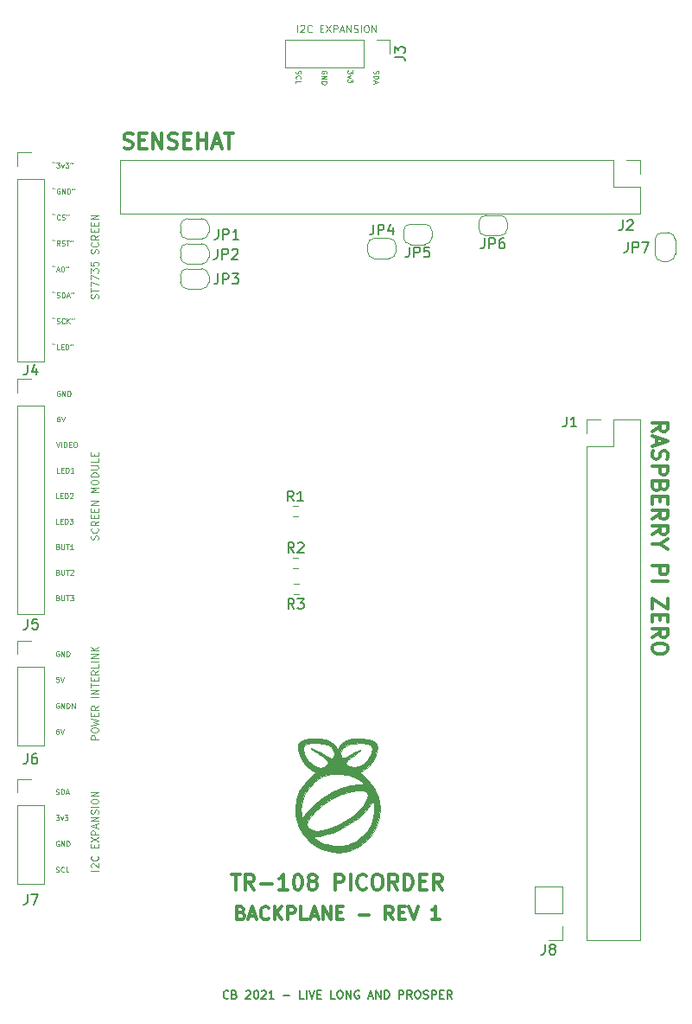
<source format=gto>
G04 #@! TF.GenerationSoftware,KiCad,Pcbnew,(5.1.10-1-10_14)*
G04 #@! TF.CreationDate,2021-10-14T13:31:25-04:00*
G04 #@! TF.ProjectId,TR108 Mainboard,54523130-3820-44d6-9169-6e626f617264,1*
G04 #@! TF.SameCoordinates,Original*
G04 #@! TF.FileFunction,Legend,Top*
G04 #@! TF.FilePolarity,Positive*
%FSLAX46Y46*%
G04 Gerber Fmt 4.6, Leading zero omitted, Abs format (unit mm)*
G04 Created by KiCad (PCBNEW (5.1.10-1-10_14)) date 2021-10-14 13:31:25*
%MOMM*%
%LPD*%
G01*
G04 APERTURE LIST*
%ADD10C,0.125000*%
%ADD11C,0.200000*%
%ADD12C,0.300000*%
%ADD13C,0.010000*%
%ADD14C,0.120000*%
%ADD15C,0.150000*%
%ADD16O,1.801600X1.801600*%
%ADD17C,0.100000*%
G04 APERTURE END LIST*
D10*
X130323700Y-47116666D02*
X130323700Y-46416666D01*
X130623700Y-46483333D02*
X130657033Y-46450000D01*
X130723700Y-46416666D01*
X130890366Y-46416666D01*
X130957033Y-46450000D01*
X130990366Y-46483333D01*
X131023700Y-46550000D01*
X131023700Y-46616666D01*
X130990366Y-46716666D01*
X130590366Y-47116666D01*
X131023700Y-47116666D01*
X131723700Y-47050000D02*
X131690366Y-47083333D01*
X131590366Y-47116666D01*
X131523700Y-47116666D01*
X131423700Y-47083333D01*
X131357033Y-47016666D01*
X131323700Y-46950000D01*
X131290366Y-46816666D01*
X131290366Y-46716666D01*
X131323700Y-46583333D01*
X131357033Y-46516666D01*
X131423700Y-46450000D01*
X131523700Y-46416666D01*
X131590366Y-46416666D01*
X131690366Y-46450000D01*
X131723700Y-46483333D01*
X132557033Y-46750000D02*
X132790366Y-46750000D01*
X132890366Y-47116666D02*
X132557033Y-47116666D01*
X132557033Y-46416666D01*
X132890366Y-46416666D01*
X133123700Y-46416666D02*
X133590366Y-47116666D01*
X133590366Y-46416666D02*
X133123700Y-47116666D01*
X133857033Y-47116666D02*
X133857033Y-46416666D01*
X134123700Y-46416666D01*
X134190366Y-46450000D01*
X134223700Y-46483333D01*
X134257033Y-46550000D01*
X134257033Y-46650000D01*
X134223700Y-46716666D01*
X134190366Y-46750000D01*
X134123700Y-46783333D01*
X133857033Y-46783333D01*
X134523700Y-46916666D02*
X134857033Y-46916666D01*
X134457033Y-47116666D02*
X134690366Y-46416666D01*
X134923700Y-47116666D01*
X135157033Y-47116666D02*
X135157033Y-46416666D01*
X135557033Y-47116666D01*
X135557033Y-46416666D01*
X135857033Y-47083333D02*
X135957033Y-47116666D01*
X136123700Y-47116666D01*
X136190366Y-47083333D01*
X136223700Y-47050000D01*
X136257033Y-46983333D01*
X136257033Y-46916666D01*
X136223700Y-46850000D01*
X136190366Y-46816666D01*
X136123700Y-46783333D01*
X135990366Y-46750000D01*
X135923700Y-46716666D01*
X135890366Y-46683333D01*
X135857033Y-46616666D01*
X135857033Y-46550000D01*
X135890366Y-46483333D01*
X135923700Y-46450000D01*
X135990366Y-46416666D01*
X136157033Y-46416666D01*
X136257033Y-46450000D01*
X136557033Y-47116666D02*
X136557033Y-46416666D01*
X137023700Y-46416666D02*
X137157033Y-46416666D01*
X137223700Y-46450000D01*
X137290366Y-46516666D01*
X137323700Y-46650000D01*
X137323700Y-46883333D01*
X137290366Y-47016666D01*
X137223700Y-47083333D01*
X137157033Y-47116666D01*
X137023700Y-47116666D01*
X136957033Y-47083333D01*
X136890366Y-47016666D01*
X136857033Y-46883333D01*
X136857033Y-46650000D01*
X136890366Y-46516666D01*
X136957033Y-46450000D01*
X137023700Y-46416666D01*
X137623700Y-47116666D02*
X137623700Y-46416666D01*
X138023700Y-47116666D01*
X138023700Y-46416666D01*
X130197569Y-50876488D02*
X130173759Y-50947916D01*
X130173759Y-51066964D01*
X130197569Y-51114583D01*
X130221378Y-51138392D01*
X130268997Y-51162202D01*
X130316616Y-51162202D01*
X130364235Y-51138392D01*
X130388045Y-51114583D01*
X130411854Y-51066964D01*
X130435664Y-50971726D01*
X130459473Y-50924107D01*
X130483283Y-50900297D01*
X130530902Y-50876488D01*
X130578521Y-50876488D01*
X130626140Y-50900297D01*
X130649950Y-50924107D01*
X130673759Y-50971726D01*
X130673759Y-51090773D01*
X130649950Y-51162202D01*
X130221378Y-51662202D02*
X130197569Y-51638392D01*
X130173759Y-51566964D01*
X130173759Y-51519345D01*
X130197569Y-51447916D01*
X130245188Y-51400297D01*
X130292807Y-51376488D01*
X130388045Y-51352678D01*
X130459473Y-51352678D01*
X130554711Y-51376488D01*
X130602330Y-51400297D01*
X130649950Y-51447916D01*
X130673759Y-51519345D01*
X130673759Y-51566964D01*
X130649950Y-51638392D01*
X130626140Y-51662202D01*
X130173759Y-52114583D02*
X130173759Y-51876488D01*
X130673759Y-51876488D01*
X133189950Y-51162202D02*
X133213759Y-51114583D01*
X133213759Y-51043154D01*
X133189950Y-50971726D01*
X133142330Y-50924107D01*
X133094711Y-50900297D01*
X132999473Y-50876488D01*
X132928045Y-50876488D01*
X132832807Y-50900297D01*
X132785188Y-50924107D01*
X132737569Y-50971726D01*
X132713759Y-51043154D01*
X132713759Y-51090773D01*
X132737569Y-51162202D01*
X132761378Y-51186011D01*
X132928045Y-51186011D01*
X132928045Y-51090773D01*
X132713759Y-51400297D02*
X133213759Y-51400297D01*
X132713759Y-51686011D01*
X133213759Y-51686011D01*
X132713759Y-51924107D02*
X133213759Y-51924107D01*
X133213759Y-52043154D01*
X133189950Y-52114583D01*
X133142330Y-52162202D01*
X133094711Y-52186011D01*
X132999473Y-52209821D01*
X132928045Y-52209821D01*
X132832807Y-52186011D01*
X132785188Y-52162202D01*
X132737569Y-52114583D01*
X132713759Y-52043154D01*
X132713759Y-51924107D01*
X135753759Y-50852678D02*
X135753759Y-51162202D01*
X135563283Y-50995535D01*
X135563283Y-51066964D01*
X135539473Y-51114583D01*
X135515664Y-51138392D01*
X135468045Y-51162202D01*
X135348997Y-51162202D01*
X135301378Y-51138392D01*
X135277569Y-51114583D01*
X135253759Y-51066964D01*
X135253759Y-50924107D01*
X135277569Y-50876488D01*
X135301378Y-50852678D01*
X135587092Y-51328869D02*
X135253759Y-51447916D01*
X135587092Y-51566964D01*
X135753759Y-51709821D02*
X135753759Y-52019345D01*
X135563283Y-51852678D01*
X135563283Y-51924107D01*
X135539473Y-51971726D01*
X135515664Y-51995535D01*
X135468045Y-52019345D01*
X135348997Y-52019345D01*
X135301378Y-51995535D01*
X135277569Y-51971726D01*
X135253759Y-51924107D01*
X135253759Y-51781250D01*
X135277569Y-51733630D01*
X135301378Y-51709821D01*
X137817569Y-50876488D02*
X137793759Y-50947916D01*
X137793759Y-51066964D01*
X137817569Y-51114583D01*
X137841378Y-51138392D01*
X137888997Y-51162202D01*
X137936616Y-51162202D01*
X137984235Y-51138392D01*
X138008045Y-51114583D01*
X138031854Y-51066964D01*
X138055664Y-50971726D01*
X138079473Y-50924107D01*
X138103283Y-50900297D01*
X138150902Y-50876488D01*
X138198521Y-50876488D01*
X138246140Y-50900297D01*
X138269950Y-50924107D01*
X138293759Y-50971726D01*
X138293759Y-51090773D01*
X138269950Y-51162202D01*
X137793759Y-51376488D02*
X138293759Y-51376488D01*
X138293759Y-51495535D01*
X138269950Y-51566964D01*
X138222330Y-51614583D01*
X138174711Y-51638392D01*
X138079473Y-51662202D01*
X138008045Y-51662202D01*
X137912807Y-51638392D01*
X137865188Y-51614583D01*
X137817569Y-51566964D01*
X137793759Y-51495535D01*
X137793759Y-51376488D01*
X137936616Y-51852678D02*
X137936616Y-52090773D01*
X137793759Y-51805059D02*
X138293759Y-51971726D01*
X137793759Y-52138392D01*
D11*
X123569476Y-141635714D02*
X123531380Y-141673809D01*
X123417095Y-141711904D01*
X123340904Y-141711904D01*
X123226618Y-141673809D01*
X123150428Y-141597619D01*
X123112333Y-141521428D01*
X123074238Y-141369047D01*
X123074238Y-141254761D01*
X123112333Y-141102380D01*
X123150428Y-141026190D01*
X123226618Y-140950000D01*
X123340904Y-140911904D01*
X123417095Y-140911904D01*
X123531380Y-140950000D01*
X123569476Y-140988095D01*
X124178999Y-141292857D02*
X124293285Y-141330952D01*
X124331380Y-141369047D01*
X124369476Y-141445238D01*
X124369476Y-141559523D01*
X124331380Y-141635714D01*
X124293285Y-141673809D01*
X124217095Y-141711904D01*
X123912333Y-141711904D01*
X123912333Y-140911904D01*
X124178999Y-140911904D01*
X124255190Y-140950000D01*
X124293285Y-140988095D01*
X124331380Y-141064285D01*
X124331380Y-141140476D01*
X124293285Y-141216666D01*
X124255190Y-141254761D01*
X124178999Y-141292857D01*
X123912333Y-141292857D01*
X125283761Y-140988095D02*
X125321857Y-140950000D01*
X125398047Y-140911904D01*
X125588523Y-140911904D01*
X125664714Y-140950000D01*
X125702809Y-140988095D01*
X125740904Y-141064285D01*
X125740904Y-141140476D01*
X125702809Y-141254761D01*
X125245666Y-141711904D01*
X125740904Y-141711904D01*
X126236142Y-140911904D02*
X126312333Y-140911904D01*
X126388523Y-140950000D01*
X126426618Y-140988095D01*
X126464714Y-141064285D01*
X126502809Y-141216666D01*
X126502809Y-141407142D01*
X126464714Y-141559523D01*
X126426618Y-141635714D01*
X126388523Y-141673809D01*
X126312333Y-141711904D01*
X126236142Y-141711904D01*
X126159952Y-141673809D01*
X126121857Y-141635714D01*
X126083761Y-141559523D01*
X126045666Y-141407142D01*
X126045666Y-141216666D01*
X126083761Y-141064285D01*
X126121857Y-140988095D01*
X126159952Y-140950000D01*
X126236142Y-140911904D01*
X126807571Y-140988095D02*
X126845666Y-140950000D01*
X126921857Y-140911904D01*
X127112333Y-140911904D01*
X127188523Y-140950000D01*
X127226618Y-140988095D01*
X127264714Y-141064285D01*
X127264714Y-141140476D01*
X127226618Y-141254761D01*
X126769476Y-141711904D01*
X127264714Y-141711904D01*
X128026618Y-141711904D02*
X127569476Y-141711904D01*
X127798047Y-141711904D02*
X127798047Y-140911904D01*
X127721857Y-141026190D01*
X127645666Y-141102380D01*
X127569476Y-141140476D01*
X128978999Y-141407142D02*
X129588523Y-141407142D01*
X130959952Y-141711904D02*
X130578999Y-141711904D01*
X130578999Y-140911904D01*
X131226618Y-141711904D02*
X131226618Y-140911904D01*
X131493285Y-140911904D02*
X131759952Y-141711904D01*
X132026618Y-140911904D01*
X132293285Y-141292857D02*
X132559952Y-141292857D01*
X132674238Y-141711904D02*
X132293285Y-141711904D01*
X132293285Y-140911904D01*
X132674238Y-140911904D01*
X134007571Y-141711904D02*
X133626618Y-141711904D01*
X133626618Y-140911904D01*
X134426618Y-140911904D02*
X134578999Y-140911904D01*
X134655190Y-140950000D01*
X134731380Y-141026190D01*
X134769476Y-141178571D01*
X134769476Y-141445238D01*
X134731380Y-141597619D01*
X134655190Y-141673809D01*
X134578999Y-141711904D01*
X134426618Y-141711904D01*
X134350428Y-141673809D01*
X134274238Y-141597619D01*
X134236142Y-141445238D01*
X134236142Y-141178571D01*
X134274238Y-141026190D01*
X134350428Y-140950000D01*
X134426618Y-140911904D01*
X135112333Y-141711904D02*
X135112333Y-140911904D01*
X135569476Y-141711904D01*
X135569476Y-140911904D01*
X136369476Y-140950000D02*
X136293285Y-140911904D01*
X136178999Y-140911904D01*
X136064714Y-140950000D01*
X135988523Y-141026190D01*
X135950428Y-141102380D01*
X135912333Y-141254761D01*
X135912333Y-141369047D01*
X135950428Y-141521428D01*
X135988523Y-141597619D01*
X136064714Y-141673809D01*
X136178999Y-141711904D01*
X136255190Y-141711904D01*
X136369476Y-141673809D01*
X136407571Y-141635714D01*
X136407571Y-141369047D01*
X136255190Y-141369047D01*
X137321857Y-141483333D02*
X137702809Y-141483333D01*
X137245666Y-141711904D02*
X137512333Y-140911904D01*
X137778999Y-141711904D01*
X138045666Y-141711904D02*
X138045666Y-140911904D01*
X138502809Y-141711904D01*
X138502809Y-140911904D01*
X138883761Y-141711904D02*
X138883761Y-140911904D01*
X139074238Y-140911904D01*
X139188523Y-140950000D01*
X139264714Y-141026190D01*
X139302809Y-141102380D01*
X139340904Y-141254761D01*
X139340904Y-141369047D01*
X139302809Y-141521428D01*
X139264714Y-141597619D01*
X139188523Y-141673809D01*
X139074238Y-141711904D01*
X138883761Y-141711904D01*
X140293285Y-141711904D02*
X140293285Y-140911904D01*
X140598047Y-140911904D01*
X140674238Y-140950000D01*
X140712333Y-140988095D01*
X140750428Y-141064285D01*
X140750428Y-141178571D01*
X140712333Y-141254761D01*
X140674238Y-141292857D01*
X140598047Y-141330952D01*
X140293285Y-141330952D01*
X141550428Y-141711904D02*
X141283761Y-141330952D01*
X141093285Y-141711904D02*
X141093285Y-140911904D01*
X141398047Y-140911904D01*
X141474238Y-140950000D01*
X141512333Y-140988095D01*
X141550428Y-141064285D01*
X141550428Y-141178571D01*
X141512333Y-141254761D01*
X141474238Y-141292857D01*
X141398047Y-141330952D01*
X141093285Y-141330952D01*
X142045666Y-140911904D02*
X142198047Y-140911904D01*
X142274238Y-140950000D01*
X142350428Y-141026190D01*
X142388523Y-141178571D01*
X142388523Y-141445238D01*
X142350428Y-141597619D01*
X142274238Y-141673809D01*
X142198047Y-141711904D01*
X142045666Y-141711904D01*
X141969476Y-141673809D01*
X141893285Y-141597619D01*
X141855190Y-141445238D01*
X141855190Y-141178571D01*
X141893285Y-141026190D01*
X141969476Y-140950000D01*
X142045666Y-140911904D01*
X142693285Y-141673809D02*
X142807571Y-141711904D01*
X142998047Y-141711904D01*
X143074238Y-141673809D01*
X143112333Y-141635714D01*
X143150428Y-141559523D01*
X143150428Y-141483333D01*
X143112333Y-141407142D01*
X143074238Y-141369047D01*
X142998047Y-141330952D01*
X142845666Y-141292857D01*
X142769476Y-141254761D01*
X142731380Y-141216666D01*
X142693285Y-141140476D01*
X142693285Y-141064285D01*
X142731380Y-140988095D01*
X142769476Y-140950000D01*
X142845666Y-140911904D01*
X143036142Y-140911904D01*
X143150428Y-140950000D01*
X143493285Y-141711904D02*
X143493285Y-140911904D01*
X143798047Y-140911904D01*
X143874238Y-140950000D01*
X143912333Y-140988095D01*
X143950428Y-141064285D01*
X143950428Y-141178571D01*
X143912333Y-141254761D01*
X143874238Y-141292857D01*
X143798047Y-141330952D01*
X143493285Y-141330952D01*
X144293285Y-141292857D02*
X144559952Y-141292857D01*
X144674238Y-141711904D02*
X144293285Y-141711904D01*
X144293285Y-140911904D01*
X144674238Y-140911904D01*
X145474238Y-141711904D02*
X145207571Y-141330952D01*
X145017095Y-141711904D02*
X145017095Y-140911904D01*
X145321857Y-140911904D01*
X145398047Y-140950000D01*
X145436142Y-140988095D01*
X145474238Y-141064285D01*
X145474238Y-141178571D01*
X145436142Y-141254761D01*
X145398047Y-141292857D01*
X145321857Y-141330952D01*
X145017095Y-141330952D01*
D12*
X124802809Y-133307142D02*
X124988523Y-133369047D01*
X125050428Y-133430952D01*
X125112333Y-133554761D01*
X125112333Y-133740476D01*
X125050428Y-133864285D01*
X124988523Y-133926190D01*
X124864714Y-133988095D01*
X124369476Y-133988095D01*
X124369476Y-132688095D01*
X124802809Y-132688095D01*
X124926618Y-132750000D01*
X124988523Y-132811904D01*
X125050428Y-132935714D01*
X125050428Y-133059523D01*
X124988523Y-133183333D01*
X124926618Y-133245238D01*
X124802809Y-133307142D01*
X124369476Y-133307142D01*
X125607571Y-133616666D02*
X126226618Y-133616666D01*
X125483761Y-133988095D02*
X125917095Y-132688095D01*
X126350428Y-133988095D01*
X127526618Y-133864285D02*
X127464714Y-133926190D01*
X127278999Y-133988095D01*
X127155190Y-133988095D01*
X126969476Y-133926190D01*
X126845666Y-133802380D01*
X126783761Y-133678571D01*
X126721857Y-133430952D01*
X126721857Y-133245238D01*
X126783761Y-132997619D01*
X126845666Y-132873809D01*
X126969476Y-132750000D01*
X127155190Y-132688095D01*
X127278999Y-132688095D01*
X127464714Y-132750000D01*
X127526618Y-132811904D01*
X128083761Y-133988095D02*
X128083761Y-132688095D01*
X128826618Y-133988095D02*
X128269476Y-133245238D01*
X128826618Y-132688095D02*
X128083761Y-133430952D01*
X129383761Y-133988095D02*
X129383761Y-132688095D01*
X129878999Y-132688095D01*
X130002809Y-132750000D01*
X130064714Y-132811904D01*
X130126618Y-132935714D01*
X130126618Y-133121428D01*
X130064714Y-133245238D01*
X130002809Y-133307142D01*
X129878999Y-133369047D01*
X129383761Y-133369047D01*
X131302809Y-133988095D02*
X130683761Y-133988095D01*
X130683761Y-132688095D01*
X131674238Y-133616666D02*
X132293285Y-133616666D01*
X131550428Y-133988095D02*
X131983761Y-132688095D01*
X132417095Y-133988095D01*
X132850428Y-133988095D02*
X132850428Y-132688095D01*
X133593285Y-133988095D01*
X133593285Y-132688095D01*
X134212333Y-133307142D02*
X134645666Y-133307142D01*
X134831380Y-133988095D02*
X134212333Y-133988095D01*
X134212333Y-132688095D01*
X134831380Y-132688095D01*
X136378999Y-133492857D02*
X137369476Y-133492857D01*
X139721857Y-133988095D02*
X139288523Y-133369047D01*
X138978999Y-133988095D02*
X138978999Y-132688095D01*
X139474238Y-132688095D01*
X139598047Y-132750000D01*
X139659952Y-132811904D01*
X139721857Y-132935714D01*
X139721857Y-133121428D01*
X139659952Y-133245238D01*
X139598047Y-133307142D01*
X139474238Y-133369047D01*
X138978999Y-133369047D01*
X140278999Y-133307142D02*
X140712333Y-133307142D01*
X140898047Y-133988095D02*
X140278999Y-133988095D01*
X140278999Y-132688095D01*
X140898047Y-132688095D01*
X141269476Y-132688095D02*
X141702809Y-133988095D01*
X142136142Y-132688095D01*
X144240904Y-133988095D02*
X143498047Y-133988095D01*
X143869476Y-133988095D02*
X143869476Y-132688095D01*
X143745666Y-132873809D01*
X143621857Y-132997619D01*
X143498047Y-133059523D01*
D10*
X110769773Y-73175001D02*
X110803106Y-73075001D01*
X110803106Y-72908334D01*
X110769773Y-72841667D01*
X110736440Y-72808334D01*
X110669773Y-72775001D01*
X110603106Y-72775001D01*
X110536440Y-72808334D01*
X110503106Y-72841667D01*
X110469773Y-72908334D01*
X110436440Y-73041667D01*
X110403106Y-73108334D01*
X110369773Y-73141667D01*
X110303106Y-73175001D01*
X110236440Y-73175001D01*
X110169773Y-73141667D01*
X110136440Y-73108334D01*
X110103106Y-73041667D01*
X110103106Y-72875001D01*
X110136440Y-72775001D01*
X110103106Y-72575001D02*
X110103106Y-72175001D01*
X110803106Y-72375001D02*
X110103106Y-72375001D01*
X110103106Y-72008334D02*
X110103106Y-71541667D01*
X110803106Y-71841667D01*
X110103106Y-71341667D02*
X110103106Y-70875001D01*
X110803106Y-71175001D01*
X110103106Y-70675001D02*
X110103106Y-70241667D01*
X110369773Y-70475001D01*
X110369773Y-70375001D01*
X110403106Y-70308334D01*
X110436440Y-70275001D01*
X110503106Y-70241667D01*
X110669773Y-70241667D01*
X110736440Y-70275001D01*
X110769773Y-70308334D01*
X110803106Y-70375001D01*
X110803106Y-70575001D01*
X110769773Y-70641667D01*
X110736440Y-70675001D01*
X110103106Y-69608334D02*
X110103106Y-69941667D01*
X110436440Y-69975001D01*
X110403106Y-69941667D01*
X110369773Y-69875001D01*
X110369773Y-69708334D01*
X110403106Y-69641667D01*
X110436440Y-69608334D01*
X110503106Y-69575001D01*
X110669773Y-69575001D01*
X110736440Y-69608334D01*
X110769773Y-69641667D01*
X110803106Y-69708334D01*
X110803106Y-69875001D01*
X110769773Y-69941667D01*
X110736440Y-69975001D01*
X110769773Y-68775001D02*
X110803106Y-68675001D01*
X110803106Y-68508334D01*
X110769773Y-68441667D01*
X110736440Y-68408334D01*
X110669773Y-68375001D01*
X110603106Y-68375001D01*
X110536440Y-68408334D01*
X110503106Y-68441667D01*
X110469773Y-68508334D01*
X110436440Y-68641667D01*
X110403106Y-68708334D01*
X110369773Y-68741667D01*
X110303106Y-68775001D01*
X110236440Y-68775001D01*
X110169773Y-68741667D01*
X110136440Y-68708334D01*
X110103106Y-68641667D01*
X110103106Y-68475001D01*
X110136440Y-68375001D01*
X110736440Y-67675001D02*
X110769773Y-67708334D01*
X110803106Y-67808334D01*
X110803106Y-67875001D01*
X110769773Y-67975001D01*
X110703106Y-68041667D01*
X110636440Y-68075001D01*
X110503106Y-68108334D01*
X110403106Y-68108334D01*
X110269773Y-68075001D01*
X110203106Y-68041667D01*
X110136440Y-67975001D01*
X110103106Y-67875001D01*
X110103106Y-67808334D01*
X110136440Y-67708334D01*
X110169773Y-67675001D01*
X110803106Y-66975001D02*
X110469773Y-67208334D01*
X110803106Y-67375001D02*
X110103106Y-67375001D01*
X110103106Y-67108334D01*
X110136440Y-67041667D01*
X110169773Y-67008334D01*
X110236440Y-66975001D01*
X110336440Y-66975001D01*
X110403106Y-67008334D01*
X110436440Y-67041667D01*
X110469773Y-67108334D01*
X110469773Y-67375001D01*
X110436440Y-66675001D02*
X110436440Y-66441667D01*
X110803106Y-66341667D02*
X110803106Y-66675001D01*
X110103106Y-66675001D01*
X110103106Y-66341667D01*
X110436440Y-66041667D02*
X110436440Y-65808334D01*
X110803106Y-65708334D02*
X110803106Y-66041667D01*
X110103106Y-66041667D01*
X110103106Y-65708334D01*
X110803106Y-65408334D02*
X110103106Y-65408334D01*
X110803106Y-65008334D01*
X110103106Y-65008334D01*
X110769773Y-96775001D02*
X110803106Y-96675001D01*
X110803106Y-96508334D01*
X110769773Y-96441667D01*
X110736440Y-96408334D01*
X110669773Y-96375001D01*
X110603106Y-96375001D01*
X110536440Y-96408334D01*
X110503106Y-96441667D01*
X110469773Y-96508334D01*
X110436440Y-96641667D01*
X110403106Y-96708334D01*
X110369773Y-96741667D01*
X110303106Y-96775001D01*
X110236440Y-96775001D01*
X110169773Y-96741667D01*
X110136440Y-96708334D01*
X110103106Y-96641667D01*
X110103106Y-96475001D01*
X110136440Y-96375001D01*
X110736440Y-95675001D02*
X110769773Y-95708334D01*
X110803106Y-95808334D01*
X110803106Y-95875001D01*
X110769773Y-95975001D01*
X110703106Y-96041667D01*
X110636440Y-96075001D01*
X110503106Y-96108334D01*
X110403106Y-96108334D01*
X110269773Y-96075001D01*
X110203106Y-96041667D01*
X110136440Y-95975001D01*
X110103106Y-95875001D01*
X110103106Y-95808334D01*
X110136440Y-95708334D01*
X110169773Y-95675001D01*
X110803106Y-94975001D02*
X110469773Y-95208334D01*
X110803106Y-95375001D02*
X110103106Y-95375001D01*
X110103106Y-95108334D01*
X110136440Y-95041667D01*
X110169773Y-95008334D01*
X110236440Y-94975001D01*
X110336440Y-94975001D01*
X110403106Y-95008334D01*
X110436440Y-95041667D01*
X110469773Y-95108334D01*
X110469773Y-95375001D01*
X110436440Y-94675001D02*
X110436440Y-94441667D01*
X110803106Y-94341667D02*
X110803106Y-94675001D01*
X110103106Y-94675001D01*
X110103106Y-94341667D01*
X110436440Y-94041667D02*
X110436440Y-93808334D01*
X110803106Y-93708334D02*
X110803106Y-94041667D01*
X110103106Y-94041667D01*
X110103106Y-93708334D01*
X110803106Y-93408334D02*
X110103106Y-93408334D01*
X110803106Y-93008334D01*
X110103106Y-93008334D01*
X110803106Y-92141667D02*
X110103106Y-92141667D01*
X110603106Y-91908334D01*
X110103106Y-91675001D01*
X110803106Y-91675001D01*
X110103106Y-91208334D02*
X110103106Y-91075001D01*
X110136440Y-91008334D01*
X110203106Y-90941667D01*
X110336440Y-90908334D01*
X110569773Y-90908334D01*
X110703106Y-90941667D01*
X110769773Y-91008334D01*
X110803106Y-91075001D01*
X110803106Y-91208334D01*
X110769773Y-91275001D01*
X110703106Y-91341667D01*
X110569773Y-91375001D01*
X110336440Y-91375001D01*
X110203106Y-91341667D01*
X110136440Y-91275001D01*
X110103106Y-91208334D01*
X110803106Y-90608334D02*
X110103106Y-90608334D01*
X110103106Y-90441667D01*
X110136440Y-90341667D01*
X110203106Y-90275001D01*
X110269773Y-90241667D01*
X110403106Y-90208334D01*
X110503106Y-90208334D01*
X110636440Y-90241667D01*
X110703106Y-90275001D01*
X110769773Y-90341667D01*
X110803106Y-90441667D01*
X110803106Y-90608334D01*
X110103106Y-89908334D02*
X110669773Y-89908334D01*
X110736440Y-89875001D01*
X110769773Y-89841667D01*
X110803106Y-89775001D01*
X110803106Y-89641667D01*
X110769773Y-89575001D01*
X110736440Y-89541667D01*
X110669773Y-89508334D01*
X110103106Y-89508334D01*
X110803106Y-88841667D02*
X110803106Y-89175001D01*
X110103106Y-89175001D01*
X110436440Y-88608334D02*
X110436440Y-88375001D01*
X110803106Y-88275001D02*
X110803106Y-88608334D01*
X110103106Y-88608334D01*
X110103106Y-88275001D01*
X110803106Y-116316666D02*
X110103106Y-116316666D01*
X110103106Y-116050000D01*
X110136440Y-115983333D01*
X110169773Y-115950000D01*
X110236440Y-115916666D01*
X110336440Y-115916666D01*
X110403106Y-115950000D01*
X110436440Y-115983333D01*
X110469773Y-116050000D01*
X110469773Y-116316666D01*
X110103106Y-115483333D02*
X110103106Y-115350000D01*
X110136440Y-115283333D01*
X110203106Y-115216666D01*
X110336440Y-115183333D01*
X110569773Y-115183333D01*
X110703106Y-115216666D01*
X110769773Y-115283333D01*
X110803106Y-115350000D01*
X110803106Y-115483333D01*
X110769773Y-115550000D01*
X110703106Y-115616666D01*
X110569773Y-115650000D01*
X110336440Y-115650000D01*
X110203106Y-115616666D01*
X110136440Y-115550000D01*
X110103106Y-115483333D01*
X110103106Y-114950000D02*
X110803106Y-114783333D01*
X110303106Y-114650000D01*
X110803106Y-114516666D01*
X110103106Y-114350000D01*
X110436440Y-114083333D02*
X110436440Y-113850000D01*
X110803106Y-113750000D02*
X110803106Y-114083333D01*
X110103106Y-114083333D01*
X110103106Y-113750000D01*
X110803106Y-113050000D02*
X110469773Y-113283333D01*
X110803106Y-113450000D02*
X110103106Y-113450000D01*
X110103106Y-113183333D01*
X110136440Y-113116666D01*
X110169773Y-113083333D01*
X110236440Y-113050000D01*
X110336440Y-113050000D01*
X110403106Y-113083333D01*
X110436440Y-113116666D01*
X110469773Y-113183333D01*
X110469773Y-113450000D01*
X110803106Y-112216666D02*
X110103106Y-112216666D01*
X110803106Y-111883333D02*
X110103106Y-111883333D01*
X110803106Y-111483333D01*
X110103106Y-111483333D01*
X110103106Y-111250000D02*
X110103106Y-110850000D01*
X110803106Y-111050000D02*
X110103106Y-111050000D01*
X110436440Y-110616666D02*
X110436440Y-110383333D01*
X110803106Y-110283333D02*
X110803106Y-110616666D01*
X110103106Y-110616666D01*
X110103106Y-110283333D01*
X110803106Y-109583333D02*
X110469773Y-109816666D01*
X110803106Y-109983333D02*
X110103106Y-109983333D01*
X110103106Y-109716666D01*
X110136440Y-109650000D01*
X110169773Y-109616666D01*
X110236440Y-109583333D01*
X110336440Y-109583333D01*
X110403106Y-109616666D01*
X110436440Y-109650000D01*
X110469773Y-109716666D01*
X110469773Y-109983333D01*
X110803106Y-108950000D02*
X110803106Y-109283333D01*
X110103106Y-109283333D01*
X110803106Y-108716666D02*
X110103106Y-108716666D01*
X110803106Y-108383333D02*
X110103106Y-108383333D01*
X110803106Y-107983333D01*
X110103106Y-107983333D01*
X110803106Y-107650000D02*
X110103106Y-107650000D01*
X110803106Y-107250000D02*
X110403106Y-107550000D01*
X110103106Y-107250000D02*
X110503106Y-107650000D01*
X110803106Y-129176300D02*
X110103106Y-129176300D01*
X110169773Y-128876300D02*
X110136440Y-128842966D01*
X110103106Y-128776300D01*
X110103106Y-128609633D01*
X110136440Y-128542966D01*
X110169773Y-128509633D01*
X110236440Y-128476300D01*
X110303106Y-128476300D01*
X110403106Y-128509633D01*
X110803106Y-128909633D01*
X110803106Y-128476300D01*
X110736440Y-127776300D02*
X110769773Y-127809633D01*
X110803106Y-127909633D01*
X110803106Y-127976300D01*
X110769773Y-128076300D01*
X110703106Y-128142966D01*
X110636440Y-128176300D01*
X110503106Y-128209633D01*
X110403106Y-128209633D01*
X110269773Y-128176300D01*
X110203106Y-128142966D01*
X110136440Y-128076300D01*
X110103106Y-127976300D01*
X110103106Y-127909633D01*
X110136440Y-127809633D01*
X110169773Y-127776300D01*
X110436440Y-126942966D02*
X110436440Y-126709633D01*
X110803106Y-126609633D02*
X110803106Y-126942966D01*
X110103106Y-126942966D01*
X110103106Y-126609633D01*
X110103106Y-126376300D02*
X110803106Y-125909633D01*
X110103106Y-125909633D02*
X110803106Y-126376300D01*
X110803106Y-125642966D02*
X110103106Y-125642966D01*
X110103106Y-125376300D01*
X110136440Y-125309633D01*
X110169773Y-125276300D01*
X110236440Y-125242966D01*
X110336440Y-125242966D01*
X110403106Y-125276300D01*
X110436440Y-125309633D01*
X110469773Y-125376300D01*
X110469773Y-125642966D01*
X110603106Y-124976300D02*
X110603106Y-124642966D01*
X110803106Y-125042966D02*
X110103106Y-124809633D01*
X110803106Y-124576300D01*
X110803106Y-124342966D02*
X110103106Y-124342966D01*
X110803106Y-123942966D01*
X110103106Y-123942966D01*
X110769773Y-123642966D02*
X110803106Y-123542966D01*
X110803106Y-123376300D01*
X110769773Y-123309633D01*
X110736440Y-123276300D01*
X110669773Y-123242966D01*
X110603106Y-123242966D01*
X110536440Y-123276300D01*
X110503106Y-123309633D01*
X110469773Y-123376300D01*
X110436440Y-123509633D01*
X110403106Y-123576300D01*
X110369773Y-123609633D01*
X110303106Y-123642966D01*
X110236440Y-123642966D01*
X110169773Y-123609633D01*
X110136440Y-123576300D01*
X110103106Y-123509633D01*
X110103106Y-123342966D01*
X110136440Y-123242966D01*
X110803106Y-122942966D02*
X110103106Y-122942966D01*
X110103106Y-122476300D02*
X110103106Y-122342966D01*
X110136440Y-122276300D01*
X110203106Y-122209633D01*
X110336440Y-122176300D01*
X110569773Y-122176300D01*
X110703106Y-122209633D01*
X110769773Y-122276300D01*
X110803106Y-122342966D01*
X110803106Y-122476300D01*
X110769773Y-122542966D01*
X110703106Y-122609633D01*
X110569773Y-122642966D01*
X110336440Y-122642966D01*
X110203106Y-122609633D01*
X110136440Y-122542966D01*
X110103106Y-122476300D01*
X110803106Y-121876300D02*
X110103106Y-121876300D01*
X110803106Y-121476300D01*
X110103106Y-121476300D01*
X106676488Y-129302430D02*
X106747916Y-129326240D01*
X106866964Y-129326240D01*
X106914583Y-129302430D01*
X106938392Y-129278621D01*
X106962202Y-129231002D01*
X106962202Y-129183383D01*
X106938392Y-129135764D01*
X106914583Y-129111954D01*
X106866964Y-129088145D01*
X106771726Y-129064335D01*
X106724107Y-129040526D01*
X106700297Y-129016716D01*
X106676488Y-128969097D01*
X106676488Y-128921478D01*
X106700297Y-128873859D01*
X106724107Y-128850050D01*
X106771726Y-128826240D01*
X106890773Y-128826240D01*
X106962202Y-128850050D01*
X107462202Y-129278621D02*
X107438392Y-129302430D01*
X107366964Y-129326240D01*
X107319345Y-129326240D01*
X107247916Y-129302430D01*
X107200297Y-129254811D01*
X107176488Y-129207192D01*
X107152678Y-129111954D01*
X107152678Y-129040526D01*
X107176488Y-128945288D01*
X107200297Y-128897669D01*
X107247916Y-128850050D01*
X107319345Y-128826240D01*
X107366964Y-128826240D01*
X107438392Y-128850050D01*
X107462202Y-128873859D01*
X107914583Y-129326240D02*
X107676488Y-129326240D01*
X107676488Y-128826240D01*
X106962202Y-126310050D02*
X106914583Y-126286240D01*
X106843154Y-126286240D01*
X106771726Y-126310050D01*
X106724107Y-126357669D01*
X106700297Y-126405288D01*
X106676488Y-126500526D01*
X106676488Y-126571954D01*
X106700297Y-126667192D01*
X106724107Y-126714811D01*
X106771726Y-126762430D01*
X106843154Y-126786240D01*
X106890773Y-126786240D01*
X106962202Y-126762430D01*
X106986011Y-126738621D01*
X106986011Y-126571954D01*
X106890773Y-126571954D01*
X107200297Y-126786240D02*
X107200297Y-126286240D01*
X107486011Y-126786240D01*
X107486011Y-126286240D01*
X107724107Y-126786240D02*
X107724107Y-126286240D01*
X107843154Y-126286240D01*
X107914583Y-126310050D01*
X107962202Y-126357669D01*
X107986011Y-126405288D01*
X108009821Y-126500526D01*
X108009821Y-126571954D01*
X107986011Y-126667192D01*
X107962202Y-126714811D01*
X107914583Y-126762430D01*
X107843154Y-126786240D01*
X107724107Y-126786240D01*
X106652678Y-123746240D02*
X106962202Y-123746240D01*
X106795535Y-123936716D01*
X106866964Y-123936716D01*
X106914583Y-123960526D01*
X106938392Y-123984335D01*
X106962202Y-124031954D01*
X106962202Y-124151002D01*
X106938392Y-124198621D01*
X106914583Y-124222430D01*
X106866964Y-124246240D01*
X106724107Y-124246240D01*
X106676488Y-124222430D01*
X106652678Y-124198621D01*
X107128869Y-123912907D02*
X107247916Y-124246240D01*
X107366964Y-123912907D01*
X107509821Y-123746240D02*
X107819345Y-123746240D01*
X107652678Y-123936716D01*
X107724107Y-123936716D01*
X107771726Y-123960526D01*
X107795535Y-123984335D01*
X107819345Y-124031954D01*
X107819345Y-124151002D01*
X107795535Y-124198621D01*
X107771726Y-124222430D01*
X107724107Y-124246240D01*
X107581250Y-124246240D01*
X107533630Y-124222430D01*
X107509821Y-124198621D01*
X106676488Y-121682430D02*
X106747916Y-121706240D01*
X106866964Y-121706240D01*
X106914583Y-121682430D01*
X106938392Y-121658621D01*
X106962202Y-121611002D01*
X106962202Y-121563383D01*
X106938392Y-121515764D01*
X106914583Y-121491954D01*
X106866964Y-121468145D01*
X106771726Y-121444335D01*
X106724107Y-121420526D01*
X106700297Y-121396716D01*
X106676488Y-121349097D01*
X106676488Y-121301478D01*
X106700297Y-121253859D01*
X106724107Y-121230050D01*
X106771726Y-121206240D01*
X106890773Y-121206240D01*
X106962202Y-121230050D01*
X107176488Y-121706240D02*
X107176488Y-121206240D01*
X107295535Y-121206240D01*
X107366964Y-121230050D01*
X107414583Y-121277669D01*
X107438392Y-121325288D01*
X107462202Y-121420526D01*
X107462202Y-121491954D01*
X107438392Y-121587192D01*
X107414583Y-121634811D01*
X107366964Y-121682430D01*
X107295535Y-121706240D01*
X107176488Y-121706240D01*
X107652678Y-121563383D02*
X107890773Y-121563383D01*
X107605059Y-121706240D02*
X107771726Y-121206240D01*
X107938392Y-121706240D01*
X106914583Y-115299940D02*
X106819345Y-115299940D01*
X106771726Y-115323750D01*
X106747916Y-115347559D01*
X106700297Y-115418988D01*
X106676488Y-115514226D01*
X106676488Y-115704702D01*
X106700297Y-115752321D01*
X106724107Y-115776130D01*
X106771726Y-115799940D01*
X106866964Y-115799940D01*
X106914583Y-115776130D01*
X106938392Y-115752321D01*
X106962202Y-115704702D01*
X106962202Y-115585654D01*
X106938392Y-115538035D01*
X106914583Y-115514226D01*
X106866964Y-115490416D01*
X106771726Y-115490416D01*
X106724107Y-115514226D01*
X106700297Y-115538035D01*
X106676488Y-115585654D01*
X107105059Y-115299940D02*
X107271726Y-115799940D01*
X107438392Y-115299940D01*
X106962202Y-112783750D02*
X106914583Y-112759940D01*
X106843154Y-112759940D01*
X106771726Y-112783750D01*
X106724107Y-112831369D01*
X106700297Y-112878988D01*
X106676488Y-112974226D01*
X106676488Y-113045654D01*
X106700297Y-113140892D01*
X106724107Y-113188511D01*
X106771726Y-113236130D01*
X106843154Y-113259940D01*
X106890773Y-113259940D01*
X106962202Y-113236130D01*
X106986011Y-113212321D01*
X106986011Y-113045654D01*
X106890773Y-113045654D01*
X107200297Y-113259940D02*
X107200297Y-112759940D01*
X107486011Y-113259940D01*
X107486011Y-112759940D01*
X107724107Y-113259940D02*
X107724107Y-112759940D01*
X107843154Y-112759940D01*
X107914583Y-112783750D01*
X107962202Y-112831369D01*
X107986011Y-112878988D01*
X108009821Y-112974226D01*
X108009821Y-113045654D01*
X107986011Y-113140892D01*
X107962202Y-113188511D01*
X107914583Y-113236130D01*
X107843154Y-113259940D01*
X107724107Y-113259940D01*
X108224107Y-113259940D02*
X108224107Y-112759940D01*
X108509821Y-113259940D01*
X108509821Y-112759940D01*
X106938392Y-110219940D02*
X106700297Y-110219940D01*
X106676488Y-110458035D01*
X106700297Y-110434226D01*
X106747916Y-110410416D01*
X106866964Y-110410416D01*
X106914583Y-110434226D01*
X106938392Y-110458035D01*
X106962202Y-110505654D01*
X106962202Y-110624702D01*
X106938392Y-110672321D01*
X106914583Y-110696130D01*
X106866964Y-110719940D01*
X106747916Y-110719940D01*
X106700297Y-110696130D01*
X106676488Y-110672321D01*
X107105059Y-110219940D02*
X107271726Y-110719940D01*
X107438392Y-110219940D01*
X106962202Y-107703750D02*
X106914583Y-107679940D01*
X106843154Y-107679940D01*
X106771726Y-107703750D01*
X106724107Y-107751369D01*
X106700297Y-107798988D01*
X106676488Y-107894226D01*
X106676488Y-107965654D01*
X106700297Y-108060892D01*
X106724107Y-108108511D01*
X106771726Y-108156130D01*
X106843154Y-108179940D01*
X106890773Y-108179940D01*
X106962202Y-108156130D01*
X106986011Y-108132321D01*
X106986011Y-107965654D01*
X106890773Y-107965654D01*
X107200297Y-108179940D02*
X107200297Y-107679940D01*
X107486011Y-108179940D01*
X107486011Y-107679940D01*
X107724107Y-108179940D02*
X107724107Y-107679940D01*
X107843154Y-107679940D01*
X107914583Y-107703750D01*
X107962202Y-107751369D01*
X107986011Y-107798988D01*
X108009821Y-107894226D01*
X108009821Y-107965654D01*
X107986011Y-108060892D01*
X107962202Y-108108511D01*
X107914583Y-108156130D01*
X107843154Y-108179940D01*
X107724107Y-108179940D01*
X106866964Y-102464285D02*
X106938392Y-102488095D01*
X106962202Y-102511904D01*
X106986011Y-102559523D01*
X106986011Y-102630952D01*
X106962202Y-102678571D01*
X106938392Y-102702380D01*
X106890773Y-102726190D01*
X106700297Y-102726190D01*
X106700297Y-102226190D01*
X106866964Y-102226190D01*
X106914583Y-102250000D01*
X106938392Y-102273809D01*
X106962202Y-102321428D01*
X106962202Y-102369047D01*
X106938392Y-102416666D01*
X106914583Y-102440476D01*
X106866964Y-102464285D01*
X106700297Y-102464285D01*
X107200297Y-102226190D02*
X107200297Y-102630952D01*
X107224107Y-102678571D01*
X107247916Y-102702380D01*
X107295535Y-102726190D01*
X107390773Y-102726190D01*
X107438392Y-102702380D01*
X107462202Y-102678571D01*
X107486011Y-102630952D01*
X107486011Y-102226190D01*
X107652678Y-102226190D02*
X107938392Y-102226190D01*
X107795535Y-102726190D02*
X107795535Y-102226190D01*
X108057440Y-102226190D02*
X108366964Y-102226190D01*
X108200297Y-102416666D01*
X108271726Y-102416666D01*
X108319345Y-102440476D01*
X108343154Y-102464285D01*
X108366964Y-102511904D01*
X108366964Y-102630952D01*
X108343154Y-102678571D01*
X108319345Y-102702380D01*
X108271726Y-102726190D01*
X108128869Y-102726190D01*
X108081250Y-102702380D01*
X108057440Y-102678571D01*
X106866964Y-99964285D02*
X106938392Y-99988095D01*
X106962202Y-100011904D01*
X106986011Y-100059523D01*
X106986011Y-100130952D01*
X106962202Y-100178571D01*
X106938392Y-100202380D01*
X106890773Y-100226190D01*
X106700297Y-100226190D01*
X106700297Y-99726190D01*
X106866964Y-99726190D01*
X106914583Y-99750000D01*
X106938392Y-99773809D01*
X106962202Y-99821428D01*
X106962202Y-99869047D01*
X106938392Y-99916666D01*
X106914583Y-99940476D01*
X106866964Y-99964285D01*
X106700297Y-99964285D01*
X107200297Y-99726190D02*
X107200297Y-100130952D01*
X107224107Y-100178571D01*
X107247916Y-100202380D01*
X107295535Y-100226190D01*
X107390773Y-100226190D01*
X107438392Y-100202380D01*
X107462202Y-100178571D01*
X107486011Y-100130952D01*
X107486011Y-99726190D01*
X107652678Y-99726190D02*
X107938392Y-99726190D01*
X107795535Y-100226190D02*
X107795535Y-99726190D01*
X108081250Y-99773809D02*
X108105059Y-99750000D01*
X108152678Y-99726190D01*
X108271726Y-99726190D01*
X108319345Y-99750000D01*
X108343154Y-99773809D01*
X108366964Y-99821428D01*
X108366964Y-99869047D01*
X108343154Y-99940476D01*
X108057440Y-100226190D01*
X108366964Y-100226190D01*
X106866964Y-97464285D02*
X106938392Y-97488095D01*
X106962202Y-97511904D01*
X106986011Y-97559523D01*
X106986011Y-97630952D01*
X106962202Y-97678571D01*
X106938392Y-97702380D01*
X106890773Y-97726190D01*
X106700297Y-97726190D01*
X106700297Y-97226190D01*
X106866964Y-97226190D01*
X106914583Y-97250000D01*
X106938392Y-97273809D01*
X106962202Y-97321428D01*
X106962202Y-97369047D01*
X106938392Y-97416666D01*
X106914583Y-97440476D01*
X106866964Y-97464285D01*
X106700297Y-97464285D01*
X107200297Y-97226190D02*
X107200297Y-97630952D01*
X107224107Y-97678571D01*
X107247916Y-97702380D01*
X107295535Y-97726190D01*
X107390773Y-97726190D01*
X107438392Y-97702380D01*
X107462202Y-97678571D01*
X107486011Y-97630952D01*
X107486011Y-97226190D01*
X107652678Y-97226190D02*
X107938392Y-97226190D01*
X107795535Y-97726190D02*
X107795535Y-97226190D01*
X108366964Y-97726190D02*
X108081250Y-97726190D01*
X108224107Y-97726190D02*
X108224107Y-97226190D01*
X108176488Y-97297619D01*
X108128869Y-97345238D01*
X108081250Y-97369047D01*
X106938392Y-95226190D02*
X106700297Y-95226190D01*
X106700297Y-94726190D01*
X107105059Y-94964285D02*
X107271726Y-94964285D01*
X107343154Y-95226190D02*
X107105059Y-95226190D01*
X107105059Y-94726190D01*
X107343154Y-94726190D01*
X107557440Y-95226190D02*
X107557440Y-94726190D01*
X107676488Y-94726190D01*
X107747916Y-94750000D01*
X107795535Y-94797619D01*
X107819345Y-94845238D01*
X107843154Y-94940476D01*
X107843154Y-95011904D01*
X107819345Y-95107142D01*
X107795535Y-95154761D01*
X107747916Y-95202380D01*
X107676488Y-95226190D01*
X107557440Y-95226190D01*
X108009821Y-94726190D02*
X108319345Y-94726190D01*
X108152678Y-94916666D01*
X108224107Y-94916666D01*
X108271726Y-94940476D01*
X108295535Y-94964285D01*
X108319345Y-95011904D01*
X108319345Y-95130952D01*
X108295535Y-95178571D01*
X108271726Y-95202380D01*
X108224107Y-95226190D01*
X108081250Y-95226190D01*
X108033630Y-95202380D01*
X108009821Y-95178571D01*
X106938392Y-92726190D02*
X106700297Y-92726190D01*
X106700297Y-92226190D01*
X107105059Y-92464285D02*
X107271726Y-92464285D01*
X107343154Y-92726190D02*
X107105059Y-92726190D01*
X107105059Y-92226190D01*
X107343154Y-92226190D01*
X107557440Y-92726190D02*
X107557440Y-92226190D01*
X107676488Y-92226190D01*
X107747916Y-92250000D01*
X107795535Y-92297619D01*
X107819345Y-92345238D01*
X107843154Y-92440476D01*
X107843154Y-92511904D01*
X107819345Y-92607142D01*
X107795535Y-92654761D01*
X107747916Y-92702380D01*
X107676488Y-92726190D01*
X107557440Y-92726190D01*
X108033630Y-92273809D02*
X108057440Y-92250000D01*
X108105059Y-92226190D01*
X108224107Y-92226190D01*
X108271726Y-92250000D01*
X108295535Y-92273809D01*
X108319345Y-92321428D01*
X108319345Y-92369047D01*
X108295535Y-92440476D01*
X108009821Y-92726190D01*
X108319345Y-92726190D01*
X107024702Y-90226190D02*
X106786607Y-90226190D01*
X106786607Y-89726190D01*
X107191369Y-89964285D02*
X107358036Y-89964285D01*
X107429464Y-90226190D02*
X107191369Y-90226190D01*
X107191369Y-89726190D01*
X107429464Y-89726190D01*
X107643750Y-90226190D02*
X107643750Y-89726190D01*
X107762798Y-89726190D01*
X107834226Y-89750000D01*
X107881845Y-89797619D01*
X107905655Y-89845238D01*
X107929464Y-89940476D01*
X107929464Y-90011904D01*
X107905655Y-90107142D01*
X107881845Y-90154761D01*
X107834226Y-90202380D01*
X107762798Y-90226190D01*
X107643750Y-90226190D01*
X108405655Y-90226190D02*
X108119940Y-90226190D01*
X108262798Y-90226190D02*
X108262798Y-89726190D01*
X108215179Y-89797619D01*
X108167560Y-89845238D01*
X108119940Y-89869047D01*
X106715179Y-87226190D02*
X106881845Y-87726190D01*
X107048512Y-87226190D01*
X107215179Y-87726190D02*
X107215179Y-87226190D01*
X107453274Y-87726190D02*
X107453274Y-87226190D01*
X107572321Y-87226190D01*
X107643750Y-87250000D01*
X107691369Y-87297619D01*
X107715179Y-87345238D01*
X107738988Y-87440476D01*
X107738988Y-87511904D01*
X107715179Y-87607142D01*
X107691369Y-87654761D01*
X107643750Y-87702380D01*
X107572321Y-87726190D01*
X107453274Y-87726190D01*
X107953274Y-87464285D02*
X108119940Y-87464285D01*
X108191369Y-87726190D02*
X107953274Y-87726190D01*
X107953274Y-87226190D01*
X108191369Y-87226190D01*
X108500893Y-87226190D02*
X108596131Y-87226190D01*
X108643750Y-87250000D01*
X108691369Y-87297619D01*
X108715179Y-87392857D01*
X108715179Y-87559523D01*
X108691369Y-87654761D01*
X108643750Y-87702380D01*
X108596131Y-87726190D01*
X108500893Y-87726190D01*
X108453274Y-87702380D01*
X108405655Y-87654761D01*
X108381845Y-87559523D01*
X108381845Y-87392857D01*
X108405655Y-87297619D01*
X108453274Y-87250000D01*
X108500893Y-87226190D01*
X107000893Y-84726190D02*
X106905655Y-84726190D01*
X106858036Y-84750000D01*
X106834226Y-84773809D01*
X106786607Y-84845238D01*
X106762798Y-84940476D01*
X106762798Y-85130952D01*
X106786607Y-85178571D01*
X106810417Y-85202380D01*
X106858036Y-85226190D01*
X106953274Y-85226190D01*
X107000893Y-85202380D01*
X107024702Y-85178571D01*
X107048512Y-85130952D01*
X107048512Y-85011904D01*
X107024702Y-84964285D01*
X107000893Y-84940476D01*
X106953274Y-84916666D01*
X106858036Y-84916666D01*
X106810417Y-84940476D01*
X106786607Y-84964285D01*
X106762798Y-85011904D01*
X107191369Y-84726190D02*
X107358036Y-85226190D01*
X107524702Y-84726190D01*
X107048512Y-82250000D02*
X107000893Y-82226190D01*
X106929464Y-82226190D01*
X106858036Y-82250000D01*
X106810417Y-82297619D01*
X106786607Y-82345238D01*
X106762798Y-82440476D01*
X106762798Y-82511904D01*
X106786607Y-82607142D01*
X106810417Y-82654761D01*
X106858036Y-82702380D01*
X106929464Y-82726190D01*
X106977083Y-82726190D01*
X107048512Y-82702380D01*
X107072321Y-82678571D01*
X107072321Y-82511904D01*
X106977083Y-82511904D01*
X107286607Y-82726190D02*
X107286607Y-82226190D01*
X107572321Y-82726190D01*
X107572321Y-82226190D01*
X107810417Y-82726190D02*
X107810417Y-82226190D01*
X107929464Y-82226190D01*
X108000893Y-82250000D01*
X108048512Y-82297619D01*
X108072321Y-82345238D01*
X108096131Y-82440476D01*
X108096131Y-82511904D01*
X108072321Y-82607142D01*
X108048512Y-82654761D01*
X108000893Y-82702380D01*
X107929464Y-82726190D01*
X107810417Y-82726190D01*
X106529761Y-59903750D02*
X106529761Y-59879940D01*
X106553571Y-59832321D01*
X106577380Y-59808511D01*
X106339285Y-59903750D02*
X106339285Y-59879940D01*
X106363095Y-59832321D01*
X106386904Y-59808511D01*
X106720237Y-59879940D02*
X107029761Y-59879940D01*
X106863095Y-60070416D01*
X106934523Y-60070416D01*
X106982142Y-60094226D01*
X107005952Y-60118035D01*
X107029761Y-60165654D01*
X107029761Y-60284702D01*
X107005952Y-60332321D01*
X106982142Y-60356130D01*
X106934523Y-60379940D01*
X106791666Y-60379940D01*
X106744047Y-60356130D01*
X106720237Y-60332321D01*
X107196428Y-60046607D02*
X107315476Y-60379940D01*
X107434523Y-60046607D01*
X107577380Y-59879940D02*
X107886904Y-59879940D01*
X107720237Y-60070416D01*
X107791666Y-60070416D01*
X107839285Y-60094226D01*
X107863095Y-60118035D01*
X107886904Y-60165654D01*
X107886904Y-60284702D01*
X107863095Y-60332321D01*
X107839285Y-60356130D01*
X107791666Y-60379940D01*
X107648809Y-60379940D01*
X107601190Y-60356130D01*
X107577380Y-60332321D01*
X108101190Y-59879940D02*
X108101190Y-59903750D01*
X108077380Y-59951369D01*
X108053571Y-59975178D01*
X108291666Y-59879940D02*
X108291666Y-59903750D01*
X108267856Y-59951369D01*
X108244047Y-59975178D01*
X106529762Y-62443750D02*
X106529762Y-62419940D01*
X106553572Y-62372321D01*
X106577381Y-62348511D01*
X106339286Y-62443750D02*
X106339286Y-62419940D01*
X106363095Y-62372321D01*
X106386905Y-62348511D01*
X107029762Y-62443750D02*
X106982143Y-62419940D01*
X106910715Y-62419940D01*
X106839286Y-62443750D01*
X106791667Y-62491369D01*
X106767857Y-62538988D01*
X106744048Y-62634226D01*
X106744048Y-62705654D01*
X106767857Y-62800892D01*
X106791667Y-62848511D01*
X106839286Y-62896130D01*
X106910715Y-62919940D01*
X106958334Y-62919940D01*
X107029762Y-62896130D01*
X107053572Y-62872321D01*
X107053572Y-62705654D01*
X106958334Y-62705654D01*
X107267857Y-62919940D02*
X107267857Y-62419940D01*
X107553572Y-62919940D01*
X107553572Y-62419940D01*
X107791667Y-62919940D02*
X107791667Y-62419940D01*
X107910715Y-62419940D01*
X107982143Y-62443750D01*
X108029762Y-62491369D01*
X108053572Y-62538988D01*
X108077381Y-62634226D01*
X108077381Y-62705654D01*
X108053572Y-62800892D01*
X108029762Y-62848511D01*
X107982143Y-62896130D01*
X107910715Y-62919940D01*
X107791667Y-62919940D01*
X108291667Y-62419940D02*
X108291667Y-62443750D01*
X108267857Y-62491369D01*
X108244048Y-62515178D01*
X108482143Y-62419940D02*
X108482143Y-62443750D01*
X108458334Y-62491369D01*
X108434524Y-62515178D01*
X106529762Y-64983750D02*
X106529762Y-64959940D01*
X106553571Y-64912321D01*
X106577381Y-64888511D01*
X106339285Y-64983750D02*
X106339285Y-64959940D01*
X106363095Y-64912321D01*
X106386905Y-64888511D01*
X107053571Y-65412321D02*
X107029762Y-65436130D01*
X106958333Y-65459940D01*
X106910714Y-65459940D01*
X106839285Y-65436130D01*
X106791666Y-65388511D01*
X106767857Y-65340892D01*
X106744047Y-65245654D01*
X106744047Y-65174226D01*
X106767857Y-65078988D01*
X106791666Y-65031369D01*
X106839285Y-64983750D01*
X106910714Y-64959940D01*
X106958333Y-64959940D01*
X107029762Y-64983750D01*
X107053571Y-65007559D01*
X107244047Y-65436130D02*
X107315476Y-65459940D01*
X107434524Y-65459940D01*
X107482143Y-65436130D01*
X107505952Y-65412321D01*
X107529762Y-65364702D01*
X107529762Y-65317083D01*
X107505952Y-65269464D01*
X107482143Y-65245654D01*
X107434524Y-65221845D01*
X107339285Y-65198035D01*
X107291666Y-65174226D01*
X107267857Y-65150416D01*
X107244047Y-65102797D01*
X107244047Y-65055178D01*
X107267857Y-65007559D01*
X107291666Y-64983750D01*
X107339285Y-64959940D01*
X107458333Y-64959940D01*
X107529762Y-64983750D01*
X107744047Y-64959940D02*
X107744047Y-64983750D01*
X107720238Y-65031369D01*
X107696428Y-65055178D01*
X107934524Y-64959940D02*
X107934524Y-64983750D01*
X107910714Y-65031369D01*
X107886905Y-65055178D01*
X106529761Y-67523750D02*
X106529761Y-67499940D01*
X106553571Y-67452321D01*
X106577381Y-67428511D01*
X106339285Y-67523750D02*
X106339285Y-67499940D01*
X106363095Y-67452321D01*
X106386904Y-67428511D01*
X107053571Y-67999940D02*
X106886904Y-67761845D01*
X106767857Y-67999940D02*
X106767857Y-67499940D01*
X106958333Y-67499940D01*
X107005952Y-67523750D01*
X107029761Y-67547559D01*
X107053571Y-67595178D01*
X107053571Y-67666607D01*
X107029761Y-67714226D01*
X107005952Y-67738035D01*
X106958333Y-67761845D01*
X106767857Y-67761845D01*
X107244047Y-67976130D02*
X107315476Y-67999940D01*
X107434523Y-67999940D01*
X107482142Y-67976130D01*
X107505952Y-67952321D01*
X107529761Y-67904702D01*
X107529761Y-67857083D01*
X107505952Y-67809464D01*
X107482142Y-67785654D01*
X107434523Y-67761845D01*
X107339285Y-67738035D01*
X107291666Y-67714226D01*
X107267857Y-67690416D01*
X107244047Y-67642797D01*
X107244047Y-67595178D01*
X107267857Y-67547559D01*
X107291666Y-67523750D01*
X107339285Y-67499940D01*
X107458333Y-67499940D01*
X107529761Y-67523750D01*
X107672619Y-67499940D02*
X107958333Y-67499940D01*
X107815476Y-67999940D02*
X107815476Y-67499940D01*
X108125000Y-67499940D02*
X108125000Y-67523750D01*
X108101190Y-67571369D01*
X108077381Y-67595178D01*
X108315476Y-67499940D02*
X108315476Y-67523750D01*
X108291666Y-67571369D01*
X108267857Y-67595178D01*
X106529762Y-70063750D02*
X106529762Y-70039940D01*
X106553571Y-69992321D01*
X106577381Y-69968511D01*
X106339286Y-70063750D02*
X106339286Y-70039940D01*
X106363095Y-69992321D01*
X106386905Y-69968511D01*
X106744048Y-70397083D02*
X106982143Y-70397083D01*
X106696429Y-70539940D02*
X106863095Y-70039940D01*
X107029762Y-70539940D01*
X107291667Y-70039940D02*
X107339286Y-70039940D01*
X107386905Y-70063750D01*
X107410714Y-70087559D01*
X107434524Y-70135178D01*
X107458333Y-70230416D01*
X107458333Y-70349464D01*
X107434524Y-70444702D01*
X107410714Y-70492321D01*
X107386905Y-70516130D01*
X107339286Y-70539940D01*
X107291667Y-70539940D01*
X107244048Y-70516130D01*
X107220238Y-70492321D01*
X107196429Y-70444702D01*
X107172619Y-70349464D01*
X107172619Y-70230416D01*
X107196429Y-70135178D01*
X107220238Y-70087559D01*
X107244048Y-70063750D01*
X107291667Y-70039940D01*
X107672619Y-70039940D02*
X107672619Y-70063750D01*
X107648810Y-70111369D01*
X107625000Y-70135178D01*
X107863095Y-70039940D02*
X107863095Y-70063750D01*
X107839286Y-70111369D01*
X107815476Y-70135178D01*
X106529762Y-72603750D02*
X106529762Y-72579940D01*
X106553571Y-72532321D01*
X106577381Y-72508511D01*
X106339286Y-72603750D02*
X106339286Y-72579940D01*
X106363095Y-72532321D01*
X106386905Y-72508511D01*
X106744048Y-73056130D02*
X106815476Y-73079940D01*
X106934524Y-73079940D01*
X106982143Y-73056130D01*
X107005952Y-73032321D01*
X107029762Y-72984702D01*
X107029762Y-72937083D01*
X107005952Y-72889464D01*
X106982143Y-72865654D01*
X106934524Y-72841845D01*
X106839286Y-72818035D01*
X106791667Y-72794226D01*
X106767857Y-72770416D01*
X106744048Y-72722797D01*
X106744048Y-72675178D01*
X106767857Y-72627559D01*
X106791667Y-72603750D01*
X106839286Y-72579940D01*
X106958333Y-72579940D01*
X107029762Y-72603750D01*
X107244048Y-73079940D02*
X107244048Y-72579940D01*
X107363095Y-72579940D01*
X107434524Y-72603750D01*
X107482143Y-72651369D01*
X107505952Y-72698988D01*
X107529762Y-72794226D01*
X107529762Y-72865654D01*
X107505952Y-72960892D01*
X107482143Y-73008511D01*
X107434524Y-73056130D01*
X107363095Y-73079940D01*
X107244048Y-73079940D01*
X107720238Y-72937083D02*
X107958333Y-72937083D01*
X107672619Y-73079940D02*
X107839286Y-72579940D01*
X108005952Y-73079940D01*
X108172619Y-72579940D02*
X108172619Y-72603750D01*
X108148810Y-72651369D01*
X108125000Y-72675178D01*
X108363095Y-72579940D02*
X108363095Y-72603750D01*
X108339286Y-72651369D01*
X108315476Y-72675178D01*
X106529762Y-75143750D02*
X106529762Y-75119940D01*
X106553571Y-75072321D01*
X106577381Y-75048511D01*
X106339285Y-75143750D02*
X106339285Y-75119940D01*
X106363095Y-75072321D01*
X106386905Y-75048511D01*
X106744047Y-75596130D02*
X106815476Y-75619940D01*
X106934524Y-75619940D01*
X106982143Y-75596130D01*
X107005952Y-75572321D01*
X107029762Y-75524702D01*
X107029762Y-75477083D01*
X107005952Y-75429464D01*
X106982143Y-75405654D01*
X106934524Y-75381845D01*
X106839285Y-75358035D01*
X106791666Y-75334226D01*
X106767857Y-75310416D01*
X106744047Y-75262797D01*
X106744047Y-75215178D01*
X106767857Y-75167559D01*
X106791666Y-75143750D01*
X106839285Y-75119940D01*
X106958333Y-75119940D01*
X107029762Y-75143750D01*
X107529762Y-75572321D02*
X107505952Y-75596130D01*
X107434524Y-75619940D01*
X107386905Y-75619940D01*
X107315476Y-75596130D01*
X107267857Y-75548511D01*
X107244047Y-75500892D01*
X107220238Y-75405654D01*
X107220238Y-75334226D01*
X107244047Y-75238988D01*
X107267857Y-75191369D01*
X107315476Y-75143750D01*
X107386905Y-75119940D01*
X107434524Y-75119940D01*
X107505952Y-75143750D01*
X107529762Y-75167559D01*
X107744047Y-75619940D02*
X107744047Y-75119940D01*
X108029762Y-75619940D02*
X107815476Y-75334226D01*
X108029762Y-75119940D02*
X107744047Y-75405654D01*
X108244047Y-75119940D02*
X108244047Y-75143750D01*
X108220238Y-75191369D01*
X108196428Y-75215178D01*
X108434524Y-75119940D02*
X108434524Y-75143750D01*
X108410714Y-75191369D01*
X108386905Y-75215178D01*
X106529761Y-77683750D02*
X106529761Y-77659940D01*
X106553571Y-77612321D01*
X106577381Y-77588511D01*
X106339285Y-77683750D02*
X106339285Y-77659940D01*
X106363095Y-77612321D01*
X106386904Y-77588511D01*
X107005952Y-78159940D02*
X106767857Y-78159940D01*
X106767857Y-77659940D01*
X107172619Y-77898035D02*
X107339285Y-77898035D01*
X107410714Y-78159940D02*
X107172619Y-78159940D01*
X107172619Y-77659940D01*
X107410714Y-77659940D01*
X107625000Y-78159940D02*
X107625000Y-77659940D01*
X107744047Y-77659940D01*
X107815476Y-77683750D01*
X107863095Y-77731369D01*
X107886904Y-77778988D01*
X107910714Y-77874226D01*
X107910714Y-77945654D01*
X107886904Y-78040892D01*
X107863095Y-78088511D01*
X107815476Y-78136130D01*
X107744047Y-78159940D01*
X107625000Y-78159940D01*
X108125000Y-77659940D02*
X108125000Y-77683750D01*
X108101190Y-77731369D01*
X108077381Y-77755178D01*
X108315476Y-77659940D02*
X108315476Y-77683750D01*
X108291666Y-77731369D01*
X108267857Y-77755178D01*
D12*
X165121428Y-86207142D02*
X165835714Y-85707142D01*
X165121428Y-85350000D02*
X166621428Y-85350000D01*
X166621428Y-85921428D01*
X166550000Y-86064285D01*
X166478571Y-86135714D01*
X166335714Y-86207142D01*
X166121428Y-86207142D01*
X165978571Y-86135714D01*
X165907142Y-86064285D01*
X165835714Y-85921428D01*
X165835714Y-85350000D01*
X165550000Y-86778571D02*
X165550000Y-87492857D01*
X165121428Y-86635714D02*
X166621428Y-87135714D01*
X165121428Y-87635714D01*
X165192857Y-88064285D02*
X165121428Y-88278571D01*
X165121428Y-88635714D01*
X165192857Y-88778571D01*
X165264285Y-88850000D01*
X165407142Y-88921428D01*
X165550000Y-88921428D01*
X165692857Y-88850000D01*
X165764285Y-88778571D01*
X165835714Y-88635714D01*
X165907142Y-88350000D01*
X165978571Y-88207142D01*
X166050000Y-88135714D01*
X166192857Y-88064285D01*
X166335714Y-88064285D01*
X166478571Y-88135714D01*
X166550000Y-88207142D01*
X166621428Y-88350000D01*
X166621428Y-88707142D01*
X166550000Y-88921428D01*
X165121428Y-89564285D02*
X166621428Y-89564285D01*
X166621428Y-90135714D01*
X166550000Y-90278571D01*
X166478571Y-90350000D01*
X166335714Y-90421428D01*
X166121428Y-90421428D01*
X165978571Y-90350000D01*
X165907142Y-90278571D01*
X165835714Y-90135714D01*
X165835714Y-89564285D01*
X165907142Y-91564285D02*
X165835714Y-91778571D01*
X165764285Y-91850000D01*
X165621428Y-91921428D01*
X165407142Y-91921428D01*
X165264285Y-91850000D01*
X165192857Y-91778571D01*
X165121428Y-91635714D01*
X165121428Y-91064285D01*
X166621428Y-91064285D01*
X166621428Y-91564285D01*
X166550000Y-91707142D01*
X166478571Y-91778571D01*
X166335714Y-91850000D01*
X166192857Y-91850000D01*
X166050000Y-91778571D01*
X165978571Y-91707142D01*
X165907142Y-91564285D01*
X165907142Y-91064285D01*
X165907142Y-92564285D02*
X165907142Y-93064285D01*
X165121428Y-93278571D02*
X165121428Y-92564285D01*
X166621428Y-92564285D01*
X166621428Y-93278571D01*
X165121428Y-94778571D02*
X165835714Y-94278571D01*
X165121428Y-93921428D02*
X166621428Y-93921428D01*
X166621428Y-94492857D01*
X166550000Y-94635714D01*
X166478571Y-94707142D01*
X166335714Y-94778571D01*
X166121428Y-94778571D01*
X165978571Y-94707142D01*
X165907142Y-94635714D01*
X165835714Y-94492857D01*
X165835714Y-93921428D01*
X165121428Y-96278571D02*
X165835714Y-95778571D01*
X165121428Y-95421428D02*
X166621428Y-95421428D01*
X166621428Y-95992857D01*
X166550000Y-96135714D01*
X166478571Y-96207142D01*
X166335714Y-96278571D01*
X166121428Y-96278571D01*
X165978571Y-96207142D01*
X165907142Y-96135714D01*
X165835714Y-95992857D01*
X165835714Y-95421428D01*
X165835714Y-97207142D02*
X165121428Y-97207142D01*
X166621428Y-96707142D02*
X165835714Y-97207142D01*
X166621428Y-97707142D01*
X165121428Y-99350000D02*
X166621428Y-99350000D01*
X166621428Y-99921428D01*
X166550000Y-100064285D01*
X166478571Y-100135714D01*
X166335714Y-100207142D01*
X166121428Y-100207142D01*
X165978571Y-100135714D01*
X165907142Y-100064285D01*
X165835714Y-99921428D01*
X165835714Y-99350000D01*
X165121428Y-100850000D02*
X166621428Y-100850000D01*
X166621428Y-102564285D02*
X166621428Y-103564285D01*
X165121428Y-102564285D01*
X165121428Y-103564285D01*
X165907142Y-104135714D02*
X165907142Y-104635714D01*
X165121428Y-104850000D02*
X165121428Y-104135714D01*
X166621428Y-104135714D01*
X166621428Y-104850000D01*
X165121428Y-106350000D02*
X165835714Y-105850000D01*
X165121428Y-105492857D02*
X166621428Y-105492857D01*
X166621428Y-106064285D01*
X166550000Y-106207142D01*
X166478571Y-106278571D01*
X166335714Y-106350000D01*
X166121428Y-106350000D01*
X165978571Y-106278571D01*
X165907142Y-106207142D01*
X165835714Y-106064285D01*
X165835714Y-105492857D01*
X166621428Y-107278571D02*
X166621428Y-107564285D01*
X166550000Y-107707142D01*
X166407142Y-107850000D01*
X166121428Y-107921428D01*
X165621428Y-107921428D01*
X165335714Y-107850000D01*
X165192857Y-107707142D01*
X165121428Y-107564285D01*
X165121428Y-107278571D01*
X165192857Y-107135714D01*
X165335714Y-106992857D01*
X165621428Y-106921428D01*
X166121428Y-106921428D01*
X166407142Y-106992857D01*
X166550000Y-107135714D01*
X166621428Y-107278571D01*
X113342857Y-58407142D02*
X113557142Y-58478571D01*
X113914285Y-58478571D01*
X114057142Y-58407142D01*
X114128571Y-58335714D01*
X114200000Y-58192857D01*
X114200000Y-58050000D01*
X114128571Y-57907142D01*
X114057142Y-57835714D01*
X113914285Y-57764285D01*
X113628571Y-57692857D01*
X113485714Y-57621428D01*
X113414285Y-57550000D01*
X113342857Y-57407142D01*
X113342857Y-57264285D01*
X113414285Y-57121428D01*
X113485714Y-57050000D01*
X113628571Y-56978571D01*
X113985714Y-56978571D01*
X114200000Y-57050000D01*
X114842857Y-57692857D02*
X115342857Y-57692857D01*
X115557142Y-58478571D02*
X114842857Y-58478571D01*
X114842857Y-56978571D01*
X115557142Y-56978571D01*
X116200000Y-58478571D02*
X116200000Y-56978571D01*
X117057142Y-58478571D01*
X117057142Y-56978571D01*
X117700000Y-58407142D02*
X117914285Y-58478571D01*
X118271428Y-58478571D01*
X118414285Y-58407142D01*
X118485714Y-58335714D01*
X118557142Y-58192857D01*
X118557142Y-58050000D01*
X118485714Y-57907142D01*
X118414285Y-57835714D01*
X118271428Y-57764285D01*
X117985714Y-57692857D01*
X117842857Y-57621428D01*
X117771428Y-57550000D01*
X117700000Y-57407142D01*
X117700000Y-57264285D01*
X117771428Y-57121428D01*
X117842857Y-57050000D01*
X117985714Y-56978571D01*
X118342857Y-56978571D01*
X118557142Y-57050000D01*
X119200000Y-57692857D02*
X119700000Y-57692857D01*
X119914285Y-58478571D02*
X119200000Y-58478571D01*
X119200000Y-56978571D01*
X119914285Y-56978571D01*
X120557142Y-58478571D02*
X120557142Y-56978571D01*
X120557142Y-57692857D02*
X121414285Y-57692857D01*
X121414285Y-58478571D02*
X121414285Y-56978571D01*
X122057142Y-58050000D02*
X122771428Y-58050000D01*
X121914285Y-58478571D02*
X122414285Y-56978571D01*
X122914285Y-58478571D01*
X123200000Y-56978571D02*
X124057142Y-56978571D01*
X123628571Y-58478571D02*
X123628571Y-56978571D01*
X123881380Y-129544071D02*
X124738523Y-129544071D01*
X124309952Y-131044071D02*
X124309952Y-129544071D01*
X126095666Y-131044071D02*
X125595666Y-130329785D01*
X125238523Y-131044071D02*
X125238523Y-129544071D01*
X125809952Y-129544071D01*
X125952809Y-129615500D01*
X126024238Y-129686928D01*
X126095666Y-129829785D01*
X126095666Y-130044071D01*
X126024238Y-130186928D01*
X125952809Y-130258357D01*
X125809952Y-130329785D01*
X125238523Y-130329785D01*
X126738523Y-130472642D02*
X127881380Y-130472642D01*
X129381380Y-131044071D02*
X128524238Y-131044071D01*
X128952809Y-131044071D02*
X128952809Y-129544071D01*
X128809952Y-129758357D01*
X128667095Y-129901214D01*
X128524238Y-129972642D01*
X130309952Y-129544071D02*
X130452809Y-129544071D01*
X130595666Y-129615500D01*
X130667095Y-129686928D01*
X130738523Y-129829785D01*
X130809952Y-130115500D01*
X130809952Y-130472642D01*
X130738523Y-130758357D01*
X130667095Y-130901214D01*
X130595666Y-130972642D01*
X130452809Y-131044071D01*
X130309952Y-131044071D01*
X130167095Y-130972642D01*
X130095666Y-130901214D01*
X130024238Y-130758357D01*
X129952809Y-130472642D01*
X129952809Y-130115500D01*
X130024238Y-129829785D01*
X130095666Y-129686928D01*
X130167095Y-129615500D01*
X130309952Y-129544071D01*
X131667095Y-130186928D02*
X131524238Y-130115500D01*
X131452809Y-130044071D01*
X131381380Y-129901214D01*
X131381380Y-129829785D01*
X131452809Y-129686928D01*
X131524238Y-129615500D01*
X131667095Y-129544071D01*
X131952809Y-129544071D01*
X132095666Y-129615500D01*
X132167095Y-129686928D01*
X132238523Y-129829785D01*
X132238523Y-129901214D01*
X132167095Y-130044071D01*
X132095666Y-130115500D01*
X131952809Y-130186928D01*
X131667095Y-130186928D01*
X131524238Y-130258357D01*
X131452809Y-130329785D01*
X131381380Y-130472642D01*
X131381380Y-130758357D01*
X131452809Y-130901214D01*
X131524238Y-130972642D01*
X131667095Y-131044071D01*
X131952809Y-131044071D01*
X132095666Y-130972642D01*
X132167095Y-130901214D01*
X132238523Y-130758357D01*
X132238523Y-130472642D01*
X132167095Y-130329785D01*
X132095666Y-130258357D01*
X131952809Y-130186928D01*
X134024238Y-131044071D02*
X134024238Y-129544071D01*
X134595666Y-129544071D01*
X134738523Y-129615500D01*
X134809952Y-129686928D01*
X134881380Y-129829785D01*
X134881380Y-130044071D01*
X134809952Y-130186928D01*
X134738523Y-130258357D01*
X134595666Y-130329785D01*
X134024238Y-130329785D01*
X135524238Y-131044071D02*
X135524238Y-129544071D01*
X137095666Y-130901214D02*
X137024238Y-130972642D01*
X136809952Y-131044071D01*
X136667095Y-131044071D01*
X136452809Y-130972642D01*
X136309952Y-130829785D01*
X136238523Y-130686928D01*
X136167095Y-130401214D01*
X136167095Y-130186928D01*
X136238523Y-129901214D01*
X136309952Y-129758357D01*
X136452809Y-129615500D01*
X136667095Y-129544071D01*
X136809952Y-129544071D01*
X137024238Y-129615500D01*
X137095666Y-129686928D01*
X138024238Y-129544071D02*
X138309952Y-129544071D01*
X138452809Y-129615500D01*
X138595666Y-129758357D01*
X138667095Y-130044071D01*
X138667095Y-130544071D01*
X138595666Y-130829785D01*
X138452809Y-130972642D01*
X138309952Y-131044071D01*
X138024238Y-131044071D01*
X137881380Y-130972642D01*
X137738523Y-130829785D01*
X137667095Y-130544071D01*
X137667095Y-130044071D01*
X137738523Y-129758357D01*
X137881380Y-129615500D01*
X138024238Y-129544071D01*
X140167095Y-131044071D02*
X139667095Y-130329785D01*
X139309952Y-131044071D02*
X139309952Y-129544071D01*
X139881380Y-129544071D01*
X140024238Y-129615500D01*
X140095666Y-129686928D01*
X140167095Y-129829785D01*
X140167095Y-130044071D01*
X140095666Y-130186928D01*
X140024238Y-130258357D01*
X139881380Y-130329785D01*
X139309952Y-130329785D01*
X140809952Y-131044071D02*
X140809952Y-129544071D01*
X141167095Y-129544071D01*
X141381380Y-129615500D01*
X141524238Y-129758357D01*
X141595666Y-129901214D01*
X141667095Y-130186928D01*
X141667095Y-130401214D01*
X141595666Y-130686928D01*
X141524238Y-130829785D01*
X141381380Y-130972642D01*
X141167095Y-131044071D01*
X140809952Y-131044071D01*
X142309952Y-130258357D02*
X142809952Y-130258357D01*
X143024238Y-131044071D02*
X142309952Y-131044071D01*
X142309952Y-129544071D01*
X143024238Y-129544071D01*
X144524238Y-131044071D02*
X144024238Y-130329785D01*
X143667095Y-131044071D02*
X143667095Y-129544071D01*
X144238523Y-129544071D01*
X144381380Y-129615500D01*
X144452809Y-129686928D01*
X144524238Y-129829785D01*
X144524238Y-130044071D01*
X144452809Y-130186928D01*
X144381380Y-130258357D01*
X144238523Y-130329785D01*
X143667095Y-130329785D01*
D13*
G36*
X136595677Y-116232796D02*
G01*
X137345064Y-116340199D01*
X137843417Y-116520659D01*
X138111535Y-116798931D01*
X138170212Y-117199772D01*
X138040246Y-117747936D01*
X137988423Y-117890710D01*
X137670138Y-118535358D01*
X137232531Y-119019867D01*
X136847280Y-119298642D01*
X136462437Y-119544901D01*
X137158878Y-120245003D01*
X137828212Y-121095549D01*
X138250480Y-122027973D01*
X138425592Y-123004461D01*
X138353453Y-123987196D01*
X138033971Y-124938364D01*
X137467053Y-125820150D01*
X137173331Y-126142621D01*
X136320622Y-126820631D01*
X135390316Y-127240420D01*
X134407266Y-127397502D01*
X133396326Y-127287392D01*
X132533072Y-126980090D01*
X131613166Y-126404859D01*
X131131938Y-125902455D01*
X131963327Y-125902455D01*
X132016389Y-126010811D01*
X132255572Y-126182534D01*
X132611082Y-126377397D01*
X133013126Y-126555174D01*
X133225969Y-126630208D01*
X133899653Y-126783234D01*
X134543029Y-126784101D01*
X135278021Y-126631241D01*
X135377991Y-126602545D01*
X136033816Y-126301730D01*
X136672583Y-125822424D01*
X137219582Y-125236295D01*
X137600101Y-124615009D01*
X137683662Y-124390832D01*
X137770959Y-123988788D01*
X137827638Y-123515433D01*
X137851139Y-123047597D01*
X137838901Y-122662112D01*
X137788365Y-122435806D01*
X137749786Y-122406280D01*
X137625066Y-122516029D01*
X137431022Y-122791705D01*
X137340260Y-122943292D01*
X136917471Y-123487291D01*
X136287866Y-124048664D01*
X135514916Y-124588491D01*
X134662092Y-125067851D01*
X133792864Y-125447826D01*
X132970703Y-125689496D01*
X132814815Y-125718247D01*
X132377898Y-125796554D01*
X132066331Y-125865901D01*
X131963327Y-125902455D01*
X131131938Y-125902455D01*
X130898731Y-125658987D01*
X130406731Y-124768844D01*
X130379341Y-124659539D01*
X131254820Y-124659539D01*
X131292569Y-124854429D01*
X131493619Y-125047947D01*
X131822184Y-125232947D01*
X132230203Y-125289682D01*
X132773631Y-125217728D01*
X133455897Y-125032995D01*
X134251429Y-124725138D01*
X135015755Y-124316749D01*
X135716005Y-123838717D01*
X136319311Y-123321930D01*
X136792802Y-122797276D01*
X137103610Y-122295641D01*
X137218865Y-121847915D01*
X137153251Y-121558551D01*
X137037053Y-121401356D01*
X136855137Y-121322904D01*
X136532864Y-121306268D01*
X136127263Y-121325873D01*
X135331616Y-121468762D01*
X134473670Y-121777778D01*
X133612130Y-122215744D01*
X132805701Y-122745485D01*
X132113088Y-123329824D01*
X131592995Y-123931586D01*
X131363214Y-124342801D01*
X131254820Y-124659539D01*
X130379341Y-124659539D01*
X130154128Y-123760798D01*
X130123065Y-123236527D01*
X130685003Y-123236527D01*
X130692523Y-123704160D01*
X130731666Y-123872103D01*
X130813430Y-124001952D01*
X130923871Y-123932282D01*
X131075405Y-123703458D01*
X131316925Y-123387384D01*
X131682270Y-122996307D01*
X131989395Y-122707569D01*
X132803237Y-122085889D01*
X133714572Y-121547856D01*
X134653897Y-121124776D01*
X135551704Y-120847954D01*
X136338488Y-120748695D01*
X136338632Y-120748695D01*
X136690124Y-120722758D01*
X136803154Y-120637453D01*
X136672148Y-120481542D01*
X136291530Y-120243784D01*
X136014473Y-120095174D01*
X135304304Y-119835882D01*
X134488542Y-119710081D01*
X133667706Y-119721588D01*
X132942316Y-119874221D01*
X132713068Y-119969787D01*
X131994107Y-120459637D01*
X131372921Y-121135322D01*
X131065213Y-121629082D01*
X130886546Y-122096787D01*
X130754744Y-122666669D01*
X130685003Y-123236527D01*
X130123065Y-123236527D01*
X130122884Y-123233478D01*
X130214269Y-122274199D01*
X130507697Y-121443295D01*
X131032076Y-120672716D01*
X131361975Y-120316592D01*
X132138373Y-119539380D01*
X131688953Y-119297351D01*
X131185460Y-118892753D01*
X130767040Y-118309606D01*
X130494318Y-117644364D01*
X130429832Y-117294144D01*
X130418643Y-117088191D01*
X130865557Y-117088191D01*
X130888944Y-117336327D01*
X131082427Y-117933327D01*
X131408778Y-118438062D01*
X131821444Y-118820339D01*
X132273872Y-119049963D01*
X132719507Y-119096740D01*
X133111797Y-118930477D01*
X133207260Y-118839956D01*
X133348932Y-118645779D01*
X133307885Y-118488330D01*
X133125123Y-118305460D01*
X132819137Y-118058125D01*
X132407982Y-117762293D01*
X132228047Y-117642051D01*
X131894092Y-117417291D01*
X131681598Y-117259266D01*
X131641362Y-117217286D01*
X131749354Y-117223698D01*
X132024373Y-117330981D01*
X132392980Y-117504359D01*
X132781739Y-117709051D01*
X133117212Y-117910279D01*
X133147492Y-117930563D01*
X133471209Y-118129176D01*
X133667915Y-118170683D01*
X133824783Y-118072192D01*
X133832120Y-118064925D01*
X133953013Y-117873883D01*
X133927164Y-117670636D01*
X134542389Y-117670636D01*
X134590473Y-118014631D01*
X134748452Y-118150343D01*
X135048430Y-118084791D01*
X135450476Y-117869157D01*
X135937059Y-117592337D01*
X136285636Y-117426610D01*
X136472961Y-117373703D01*
X136475789Y-117435342D01*
X136270876Y-117613254D01*
X135955220Y-117831666D01*
X135537621Y-118130342D01*
X135231228Y-118398198D01*
X135094676Y-118583074D01*
X135092449Y-118599152D01*
X135210281Y-118846170D01*
X135513218Y-118997781D01*
X135925422Y-119048754D01*
X136371054Y-118993864D01*
X136774277Y-118827880D01*
X136911861Y-118724578D01*
X137284526Y-118268937D01*
X137555529Y-117716858D01*
X137654708Y-117269677D01*
X137621343Y-116993151D01*
X137428455Y-116847682D01*
X137246654Y-116795640D01*
X136586495Y-116717521D01*
X135766806Y-116742454D01*
X135528529Y-116767328D01*
X135169590Y-116901335D01*
X134827232Y-117166642D01*
X134593106Y-117479294D01*
X134542389Y-117670636D01*
X133927164Y-117670636D01*
X133920731Y-117620057D01*
X133857925Y-117454645D01*
X133655507Y-117114843D01*
X133347508Y-116892677D01*
X132876070Y-116760634D01*
X132262557Y-116696005D01*
X131771065Y-116707595D01*
X131305703Y-116782850D01*
X131263745Y-116794636D01*
X130962941Y-116915271D01*
X130865557Y-117088191D01*
X130418643Y-117088191D01*
X130408318Y-116898156D01*
X130468051Y-116679080D01*
X130646606Y-116541219D01*
X130743749Y-116494615D01*
X131093913Y-116383810D01*
X131585410Y-116284779D01*
X131907758Y-116241513D01*
X132521516Y-116243402D01*
X133117572Y-116357576D01*
X133625610Y-116558928D01*
X133975312Y-116822345D01*
X134085542Y-117019208D01*
X134209457Y-117263630D01*
X134357799Y-117240238D01*
X134475638Y-117007704D01*
X134702457Y-116706232D01*
X135132885Y-116457397D01*
X135695728Y-116287221D01*
X136319796Y-116221725D01*
X136595677Y-116232796D01*
G37*
X136595677Y-116232796D02*
X137345064Y-116340199D01*
X137843417Y-116520659D01*
X138111535Y-116798931D01*
X138170212Y-117199772D01*
X138040246Y-117747936D01*
X137988423Y-117890710D01*
X137670138Y-118535358D01*
X137232531Y-119019867D01*
X136847280Y-119298642D01*
X136462437Y-119544901D01*
X137158878Y-120245003D01*
X137828212Y-121095549D01*
X138250480Y-122027973D01*
X138425592Y-123004461D01*
X138353453Y-123987196D01*
X138033971Y-124938364D01*
X137467053Y-125820150D01*
X137173331Y-126142621D01*
X136320622Y-126820631D01*
X135390316Y-127240420D01*
X134407266Y-127397502D01*
X133396326Y-127287392D01*
X132533072Y-126980090D01*
X131613166Y-126404859D01*
X131131938Y-125902455D01*
X131963327Y-125902455D01*
X132016389Y-126010811D01*
X132255572Y-126182534D01*
X132611082Y-126377397D01*
X133013126Y-126555174D01*
X133225969Y-126630208D01*
X133899653Y-126783234D01*
X134543029Y-126784101D01*
X135278021Y-126631241D01*
X135377991Y-126602545D01*
X136033816Y-126301730D01*
X136672583Y-125822424D01*
X137219582Y-125236295D01*
X137600101Y-124615009D01*
X137683662Y-124390832D01*
X137770959Y-123988788D01*
X137827638Y-123515433D01*
X137851139Y-123047597D01*
X137838901Y-122662112D01*
X137788365Y-122435806D01*
X137749786Y-122406280D01*
X137625066Y-122516029D01*
X137431022Y-122791705D01*
X137340260Y-122943292D01*
X136917471Y-123487291D01*
X136287866Y-124048664D01*
X135514916Y-124588491D01*
X134662092Y-125067851D01*
X133792864Y-125447826D01*
X132970703Y-125689496D01*
X132814815Y-125718247D01*
X132377898Y-125796554D01*
X132066331Y-125865901D01*
X131963327Y-125902455D01*
X131131938Y-125902455D01*
X130898731Y-125658987D01*
X130406731Y-124768844D01*
X130379341Y-124659539D01*
X131254820Y-124659539D01*
X131292569Y-124854429D01*
X131493619Y-125047947D01*
X131822184Y-125232947D01*
X132230203Y-125289682D01*
X132773631Y-125217728D01*
X133455897Y-125032995D01*
X134251429Y-124725138D01*
X135015755Y-124316749D01*
X135716005Y-123838717D01*
X136319311Y-123321930D01*
X136792802Y-122797276D01*
X137103610Y-122295641D01*
X137218865Y-121847915D01*
X137153251Y-121558551D01*
X137037053Y-121401356D01*
X136855137Y-121322904D01*
X136532864Y-121306268D01*
X136127263Y-121325873D01*
X135331616Y-121468762D01*
X134473670Y-121777778D01*
X133612130Y-122215744D01*
X132805701Y-122745485D01*
X132113088Y-123329824D01*
X131592995Y-123931586D01*
X131363214Y-124342801D01*
X131254820Y-124659539D01*
X130379341Y-124659539D01*
X130154128Y-123760798D01*
X130123065Y-123236527D01*
X130685003Y-123236527D01*
X130692523Y-123704160D01*
X130731666Y-123872103D01*
X130813430Y-124001952D01*
X130923871Y-123932282D01*
X131075405Y-123703458D01*
X131316925Y-123387384D01*
X131682270Y-122996307D01*
X131989395Y-122707569D01*
X132803237Y-122085889D01*
X133714572Y-121547856D01*
X134653897Y-121124776D01*
X135551704Y-120847954D01*
X136338488Y-120748695D01*
X136338632Y-120748695D01*
X136690124Y-120722758D01*
X136803154Y-120637453D01*
X136672148Y-120481542D01*
X136291530Y-120243784D01*
X136014473Y-120095174D01*
X135304304Y-119835882D01*
X134488542Y-119710081D01*
X133667706Y-119721588D01*
X132942316Y-119874221D01*
X132713068Y-119969787D01*
X131994107Y-120459637D01*
X131372921Y-121135322D01*
X131065213Y-121629082D01*
X130886546Y-122096787D01*
X130754744Y-122666669D01*
X130685003Y-123236527D01*
X130123065Y-123236527D01*
X130122884Y-123233478D01*
X130214269Y-122274199D01*
X130507697Y-121443295D01*
X131032076Y-120672716D01*
X131361975Y-120316592D01*
X132138373Y-119539380D01*
X131688953Y-119297351D01*
X131185460Y-118892753D01*
X130767040Y-118309606D01*
X130494318Y-117644364D01*
X130429832Y-117294144D01*
X130418643Y-117088191D01*
X130865557Y-117088191D01*
X130888944Y-117336327D01*
X131082427Y-117933327D01*
X131408778Y-118438062D01*
X131821444Y-118820339D01*
X132273872Y-119049963D01*
X132719507Y-119096740D01*
X133111797Y-118930477D01*
X133207260Y-118839956D01*
X133348932Y-118645779D01*
X133307885Y-118488330D01*
X133125123Y-118305460D01*
X132819137Y-118058125D01*
X132407982Y-117762293D01*
X132228047Y-117642051D01*
X131894092Y-117417291D01*
X131681598Y-117259266D01*
X131641362Y-117217286D01*
X131749354Y-117223698D01*
X132024373Y-117330981D01*
X132392980Y-117504359D01*
X132781739Y-117709051D01*
X133117212Y-117910279D01*
X133147492Y-117930563D01*
X133471209Y-118129176D01*
X133667915Y-118170683D01*
X133824783Y-118072192D01*
X133832120Y-118064925D01*
X133953013Y-117873883D01*
X133927164Y-117670636D01*
X134542389Y-117670636D01*
X134590473Y-118014631D01*
X134748452Y-118150343D01*
X135048430Y-118084791D01*
X135450476Y-117869157D01*
X135937059Y-117592337D01*
X136285636Y-117426610D01*
X136472961Y-117373703D01*
X136475789Y-117435342D01*
X136270876Y-117613254D01*
X135955220Y-117831666D01*
X135537621Y-118130342D01*
X135231228Y-118398198D01*
X135094676Y-118583074D01*
X135092449Y-118599152D01*
X135210281Y-118846170D01*
X135513218Y-118997781D01*
X135925422Y-119048754D01*
X136371054Y-118993864D01*
X136774277Y-118827880D01*
X136911861Y-118724578D01*
X137284526Y-118268937D01*
X137555529Y-117716858D01*
X137654708Y-117269677D01*
X137621343Y-116993151D01*
X137428455Y-116847682D01*
X137246654Y-116795640D01*
X136586495Y-116717521D01*
X135766806Y-116742454D01*
X135528529Y-116767328D01*
X135169590Y-116901335D01*
X134827232Y-117166642D01*
X134593106Y-117479294D01*
X134542389Y-117670636D01*
X133927164Y-117670636D01*
X133920731Y-117620057D01*
X133857925Y-117454645D01*
X133655507Y-117114843D01*
X133347508Y-116892677D01*
X132876070Y-116760634D01*
X132262557Y-116696005D01*
X131771065Y-116707595D01*
X131305703Y-116782850D01*
X131263745Y-116794636D01*
X130962941Y-116915271D01*
X130865557Y-117088191D01*
X130418643Y-117088191D01*
X130408318Y-116898156D01*
X130468051Y-116679080D01*
X130646606Y-116541219D01*
X130743749Y-116494615D01*
X131093913Y-116383810D01*
X131585410Y-116284779D01*
X131907758Y-116241513D01*
X132521516Y-116243402D01*
X133117572Y-116357576D01*
X133625610Y-116558928D01*
X133975312Y-116822345D01*
X134085542Y-117019208D01*
X134209457Y-117263630D01*
X134357799Y-117240238D01*
X134475638Y-117007704D01*
X134702457Y-116706232D01*
X135132885Y-116457397D01*
X135695728Y-116287221D01*
X136319796Y-116221725D01*
X136595677Y-116232796D01*
D14*
X139404238Y-47870000D02*
X139404238Y-49200000D01*
X138074238Y-47870000D02*
X139404238Y-47870000D01*
X136804238Y-47870000D02*
X136804238Y-50530000D01*
X136804238Y-50530000D02*
X129124238Y-50530000D01*
X136804238Y-47870000D02*
X129124238Y-47870000D01*
X129124238Y-47870000D02*
X129124238Y-50530000D01*
X102860800Y-120196300D02*
X104190800Y-120196300D01*
X102860800Y-121526300D02*
X102860800Y-120196300D01*
X102860800Y-122796300D02*
X105520800Y-122796300D01*
X105520800Y-122796300D02*
X105520800Y-130476300D01*
X102860800Y-122796300D02*
X102860800Y-130476300D01*
X102860800Y-130476300D02*
X105520800Y-130476300D01*
X137900000Y-67275000D02*
X139300000Y-67275000D01*
X140000000Y-67975000D02*
X140000000Y-68575000D01*
X139300000Y-69275000D02*
X137900000Y-69275000D01*
X137200000Y-68575000D02*
X137200000Y-67975000D01*
X137200000Y-67975000D02*
G75*
G02*
X137900000Y-67275000I700000J0D01*
G01*
X137900000Y-69275000D02*
G75*
G02*
X137200000Y-68575000I0J700000D01*
G01*
X140000000Y-68575000D02*
G75*
G02*
X139300000Y-69275000I-700000J0D01*
G01*
X139300000Y-67275000D02*
G75*
G02*
X140000000Y-67975000I0J-700000D01*
G01*
X142825000Y-67875000D02*
X141425000Y-67875000D01*
X140725000Y-67175000D02*
X140725000Y-66575000D01*
X141425000Y-65875000D02*
X142825000Y-65875000D01*
X143525000Y-66575000D02*
X143525000Y-67175000D01*
X143525000Y-67175000D02*
G75*
G02*
X142825000Y-67875000I-700000J0D01*
G01*
X142825000Y-65875000D02*
G75*
G02*
X143525000Y-66575000I0J-700000D01*
G01*
X140725000Y-66575000D02*
G75*
G02*
X141425000Y-65875000I700000J0D01*
G01*
X141425000Y-67875000D02*
G75*
G02*
X140725000Y-67175000I0J700000D01*
G01*
X165370000Y-68825000D02*
X165370000Y-67425000D01*
X166070000Y-66725000D02*
X166670000Y-66725000D01*
X167370000Y-67425000D02*
X167370000Y-68825000D01*
X166670000Y-69525000D02*
X166070000Y-69525000D01*
X166070000Y-69525000D02*
G75*
G02*
X165370000Y-68825000I0J700000D01*
G01*
X167370000Y-68825000D02*
G75*
G02*
X166670000Y-69525000I-700000J0D01*
G01*
X166670000Y-66725000D02*
G75*
G02*
X167370000Y-67425000I0J-700000D01*
G01*
X165370000Y-67425000D02*
G75*
G02*
X166070000Y-66725000I700000J0D01*
G01*
X150200000Y-67025000D02*
X148800000Y-67025000D01*
X148100000Y-66325000D02*
X148100000Y-65725000D01*
X148800000Y-65025000D02*
X150200000Y-65025000D01*
X150900000Y-65725000D02*
X150900000Y-66325000D01*
X150900000Y-66325000D02*
G75*
G02*
X150200000Y-67025000I-700000J0D01*
G01*
X150200000Y-65025000D02*
G75*
G02*
X150900000Y-65725000I0J-700000D01*
G01*
X148100000Y-65725000D02*
G75*
G02*
X148800000Y-65025000I700000J0D01*
G01*
X148800000Y-67025000D02*
G75*
G02*
X148100000Y-66325000I0J700000D01*
G01*
X120958160Y-69799440D02*
X119558160Y-69799440D01*
X118858160Y-69099440D02*
X118858160Y-68499440D01*
X119558160Y-67799440D02*
X120958160Y-67799440D01*
X121658160Y-68499440D02*
X121658160Y-69099440D01*
X121658160Y-69099440D02*
G75*
G02*
X120958160Y-69799440I-700000J0D01*
G01*
X120958160Y-67799440D02*
G75*
G02*
X121658160Y-68499440I0J-700000D01*
G01*
X118858160Y-68499440D02*
G75*
G02*
X119558160Y-67799440I700000J0D01*
G01*
X119558160Y-69799440D02*
G75*
G02*
X118858160Y-69099440I0J700000D01*
G01*
X120953760Y-72247000D02*
X119553760Y-72247000D01*
X118853760Y-71547000D02*
X118853760Y-70947000D01*
X119553760Y-70247000D02*
X120953760Y-70247000D01*
X121653760Y-70947000D02*
X121653760Y-71547000D01*
X121653760Y-71547000D02*
G75*
G02*
X120953760Y-72247000I-700000J0D01*
G01*
X120953760Y-70247000D02*
G75*
G02*
X121653760Y-70947000I0J-700000D01*
G01*
X118853760Y-70947000D02*
G75*
G02*
X119553760Y-70247000I700000J0D01*
G01*
X119553760Y-72247000D02*
G75*
G02*
X118853760Y-71547000I0J700000D01*
G01*
X120958160Y-67351880D02*
X119558160Y-67351880D01*
X118858160Y-66651880D02*
X118858160Y-66051880D01*
X119558160Y-65351880D02*
X120958160Y-65351880D01*
X121658160Y-66051880D02*
X121658160Y-66651880D01*
X121658160Y-66651880D02*
G75*
G02*
X120958160Y-67351880I-700000J0D01*
G01*
X120958160Y-65351880D02*
G75*
G02*
X121658160Y-66051880I0J-700000D01*
G01*
X118858160Y-66051880D02*
G75*
G02*
X119558160Y-65351880I700000J0D01*
G01*
X119558160Y-67351880D02*
G75*
G02*
X118858160Y-66651880I0J700000D01*
G01*
X102870000Y-58870000D02*
X104200000Y-58870000D01*
X102870000Y-60200000D02*
X102870000Y-58870000D01*
X102870000Y-61470000D02*
X105530000Y-61470000D01*
X105530000Y-61470000D02*
X105530000Y-79310000D01*
X102870000Y-61470000D02*
X102870000Y-79310000D01*
X102870000Y-79310000D02*
X105530000Y-79310000D01*
X129869476Y-94502500D02*
X130378924Y-94502500D01*
X129869476Y-93457500D02*
X130378924Y-93457500D01*
X130440524Y-101064800D02*
X129931076Y-101064800D01*
X130440524Y-102109800D02*
X129931076Y-102109800D01*
X130417024Y-98562900D02*
X129907576Y-98562900D01*
X130417024Y-99607900D02*
X129907576Y-99607900D01*
X156270000Y-135950000D02*
X154940000Y-135950000D01*
X156270000Y-134620000D02*
X156270000Y-135950000D01*
X156270000Y-133350000D02*
X153610000Y-133350000D01*
X153610000Y-133350000D02*
X153610000Y-130750000D01*
X156270000Y-133350000D02*
X156270000Y-130750000D01*
X156270000Y-130750000D02*
X153610000Y-130750000D01*
X102870000Y-81045000D02*
X104200000Y-81045000D01*
X102870000Y-82375000D02*
X102870000Y-81045000D01*
X102870000Y-83645000D02*
X105530000Y-83645000D01*
X105530000Y-83645000D02*
X105530000Y-104025000D01*
X102870000Y-83645000D02*
X102870000Y-104025000D01*
X102870000Y-104025000D02*
X105530000Y-104025000D01*
X102870000Y-106670000D02*
X104200000Y-106670000D01*
X102870000Y-108000000D02*
X102870000Y-106670000D01*
X102870000Y-109270000D02*
X105530000Y-109270000D01*
X105530000Y-109270000D02*
X105530000Y-116950000D01*
X102870000Y-109270000D02*
X102870000Y-116950000D01*
X102870000Y-116950000D02*
X105530000Y-116950000D01*
X112970000Y-59630000D02*
X112970000Y-64830000D01*
X161290000Y-59630000D02*
X112970000Y-59630000D01*
X163890000Y-64830000D02*
X112970000Y-64830000D01*
X161290000Y-59630000D02*
X161290000Y-62230000D01*
X161290000Y-62230000D02*
X163890000Y-62230000D01*
X163890000Y-62230000D02*
X163890000Y-64830000D01*
X162560000Y-59630000D02*
X163890000Y-59630000D01*
X163890000Y-59630000D02*
X163890000Y-60960000D01*
X158690000Y-135950000D02*
X163890000Y-135950000D01*
X158690000Y-87630000D02*
X158690000Y-135950000D01*
X163890000Y-85030000D02*
X163890000Y-135950000D01*
X158690000Y-87630000D02*
X161290000Y-87630000D01*
X161290000Y-87630000D02*
X161290000Y-85030000D01*
X161290000Y-85030000D02*
X163890000Y-85030000D01*
X158690000Y-86360000D02*
X158690000Y-85030000D01*
X158690000Y-85030000D02*
X160020000Y-85030000D01*
D15*
X139856618Y-49533333D02*
X140570904Y-49533333D01*
X140713761Y-49580952D01*
X140808999Y-49676190D01*
X140856618Y-49819047D01*
X140856618Y-49914285D01*
X139856618Y-49152380D02*
X139856618Y-48533333D01*
X140237571Y-48866666D01*
X140237571Y-48723809D01*
X140285190Y-48628571D01*
X140332809Y-48580952D01*
X140428047Y-48533333D01*
X140666142Y-48533333D01*
X140761380Y-48580952D01*
X140808999Y-48628571D01*
X140856618Y-48723809D01*
X140856618Y-49009523D01*
X140808999Y-49104761D01*
X140761380Y-49152380D01*
X103857466Y-131512060D02*
X103857466Y-132226346D01*
X103809847Y-132369203D01*
X103714609Y-132464441D01*
X103571752Y-132512060D01*
X103476514Y-132512060D01*
X104238419Y-131512060D02*
X104905085Y-131512060D01*
X104476514Y-132512060D01*
X137766666Y-65927380D02*
X137766666Y-66641666D01*
X137719047Y-66784523D01*
X137623809Y-66879761D01*
X137480952Y-66927380D01*
X137385714Y-66927380D01*
X138242857Y-66927380D02*
X138242857Y-65927380D01*
X138623809Y-65927380D01*
X138719047Y-65975000D01*
X138766666Y-66022619D01*
X138814285Y-66117857D01*
X138814285Y-66260714D01*
X138766666Y-66355952D01*
X138719047Y-66403571D01*
X138623809Y-66451190D01*
X138242857Y-66451190D01*
X139671428Y-66260714D02*
X139671428Y-66927380D01*
X139433333Y-65879761D02*
X139195238Y-66594047D01*
X139814285Y-66594047D01*
X141291666Y-68127380D02*
X141291666Y-68841666D01*
X141244047Y-68984523D01*
X141148809Y-69079761D01*
X141005952Y-69127380D01*
X140910714Y-69127380D01*
X141767857Y-69127380D02*
X141767857Y-68127380D01*
X142148809Y-68127380D01*
X142244047Y-68175000D01*
X142291666Y-68222619D01*
X142339285Y-68317857D01*
X142339285Y-68460714D01*
X142291666Y-68555952D01*
X142244047Y-68603571D01*
X142148809Y-68651190D01*
X141767857Y-68651190D01*
X143244047Y-68127380D02*
X142767857Y-68127380D01*
X142720238Y-68603571D01*
X142767857Y-68555952D01*
X142863095Y-68508333D01*
X143101190Y-68508333D01*
X143196428Y-68555952D01*
X143244047Y-68603571D01*
X143291666Y-68698809D01*
X143291666Y-68936904D01*
X143244047Y-69032142D01*
X143196428Y-69079761D01*
X143101190Y-69127380D01*
X142863095Y-69127380D01*
X142767857Y-69079761D01*
X142720238Y-69032142D01*
X162716666Y-67652380D02*
X162716666Y-68366666D01*
X162669047Y-68509523D01*
X162573809Y-68604761D01*
X162430952Y-68652380D01*
X162335714Y-68652380D01*
X163192857Y-68652380D02*
X163192857Y-67652380D01*
X163573809Y-67652380D01*
X163669047Y-67700000D01*
X163716666Y-67747619D01*
X163764285Y-67842857D01*
X163764285Y-67985714D01*
X163716666Y-68080952D01*
X163669047Y-68128571D01*
X163573809Y-68176190D01*
X163192857Y-68176190D01*
X164097619Y-67652380D02*
X164764285Y-67652380D01*
X164335714Y-68652380D01*
X148666666Y-67277380D02*
X148666666Y-67991666D01*
X148619047Y-68134523D01*
X148523809Y-68229761D01*
X148380952Y-68277380D01*
X148285714Y-68277380D01*
X149142857Y-68277380D02*
X149142857Y-67277380D01*
X149523809Y-67277380D01*
X149619047Y-67325000D01*
X149666666Y-67372619D01*
X149714285Y-67467857D01*
X149714285Y-67610714D01*
X149666666Y-67705952D01*
X149619047Y-67753571D01*
X149523809Y-67801190D01*
X149142857Y-67801190D01*
X150571428Y-67277380D02*
X150380952Y-67277380D01*
X150285714Y-67325000D01*
X150238095Y-67372619D01*
X150142857Y-67515476D01*
X150095238Y-67705952D01*
X150095238Y-68086904D01*
X150142857Y-68182142D01*
X150190476Y-68229761D01*
X150285714Y-68277380D01*
X150476190Y-68277380D01*
X150571428Y-68229761D01*
X150619047Y-68182142D01*
X150666666Y-68086904D01*
X150666666Y-67848809D01*
X150619047Y-67753571D01*
X150571428Y-67705952D01*
X150476190Y-67658333D01*
X150285714Y-67658333D01*
X150190476Y-67705952D01*
X150142857Y-67753571D01*
X150095238Y-67848809D01*
X122499826Y-68326820D02*
X122499826Y-69041106D01*
X122452207Y-69183963D01*
X122356969Y-69279201D01*
X122214112Y-69326820D01*
X122118874Y-69326820D01*
X122976017Y-69326820D02*
X122976017Y-68326820D01*
X123356969Y-68326820D01*
X123452207Y-68374440D01*
X123499826Y-68422059D01*
X123547445Y-68517297D01*
X123547445Y-68660154D01*
X123499826Y-68755392D01*
X123452207Y-68803011D01*
X123356969Y-68850630D01*
X122976017Y-68850630D01*
X123928398Y-68422059D02*
X123976017Y-68374440D01*
X124071255Y-68326820D01*
X124309350Y-68326820D01*
X124404588Y-68374440D01*
X124452207Y-68422059D01*
X124499826Y-68517297D01*
X124499826Y-68612535D01*
X124452207Y-68755392D01*
X123880779Y-69326820D01*
X124499826Y-69326820D01*
X122545426Y-70739380D02*
X122545426Y-71453666D01*
X122497807Y-71596523D01*
X122402569Y-71691761D01*
X122259712Y-71739380D01*
X122164474Y-71739380D01*
X123021617Y-71739380D02*
X123021617Y-70739380D01*
X123402569Y-70739380D01*
X123497807Y-70787000D01*
X123545426Y-70834619D01*
X123593045Y-70929857D01*
X123593045Y-71072714D01*
X123545426Y-71167952D01*
X123497807Y-71215571D01*
X123402569Y-71263190D01*
X123021617Y-71263190D01*
X123926379Y-70739380D02*
X124545426Y-70739380D01*
X124212093Y-71120333D01*
X124354950Y-71120333D01*
X124450188Y-71167952D01*
X124497807Y-71215571D01*
X124545426Y-71310809D01*
X124545426Y-71548904D01*
X124497807Y-71644142D01*
X124450188Y-71691761D01*
X124354950Y-71739380D01*
X124069236Y-71739380D01*
X123973998Y-71691761D01*
X123926379Y-71644142D01*
X122574826Y-66374260D02*
X122574826Y-67088546D01*
X122527207Y-67231403D01*
X122431969Y-67326641D01*
X122289112Y-67374260D01*
X122193874Y-67374260D01*
X123051017Y-67374260D02*
X123051017Y-66374260D01*
X123431969Y-66374260D01*
X123527207Y-66421880D01*
X123574826Y-66469499D01*
X123622445Y-66564737D01*
X123622445Y-66707594D01*
X123574826Y-66802832D01*
X123527207Y-66850451D01*
X123431969Y-66898070D01*
X123051017Y-66898070D01*
X124574826Y-67374260D02*
X124003398Y-67374260D01*
X124289112Y-67374260D02*
X124289112Y-66374260D01*
X124193874Y-66517118D01*
X124098636Y-66612356D01*
X124003398Y-66659975D01*
X103866666Y-79652380D02*
X103866666Y-80366666D01*
X103819047Y-80509523D01*
X103723809Y-80604761D01*
X103580952Y-80652380D01*
X103485714Y-80652380D01*
X104771428Y-79985714D02*
X104771428Y-80652380D01*
X104533333Y-79604761D02*
X104295238Y-80319047D01*
X104914285Y-80319047D01*
X129957533Y-93002380D02*
X129624200Y-92526190D01*
X129386104Y-93002380D02*
X129386104Y-92002380D01*
X129767057Y-92002380D01*
X129862295Y-92050000D01*
X129909914Y-92097619D01*
X129957533Y-92192857D01*
X129957533Y-92335714D01*
X129909914Y-92430952D01*
X129862295Y-92478571D01*
X129767057Y-92526190D01*
X129386104Y-92526190D01*
X130909914Y-93002380D02*
X130338485Y-93002380D01*
X130624200Y-93002380D02*
X130624200Y-92002380D01*
X130528961Y-92145238D01*
X130433723Y-92240476D01*
X130338485Y-92288095D01*
X130008333Y-103563680D02*
X129675000Y-103087490D01*
X129436904Y-103563680D02*
X129436904Y-102563680D01*
X129817857Y-102563680D01*
X129913095Y-102611300D01*
X129960714Y-102658919D01*
X130008333Y-102754157D01*
X130008333Y-102897014D01*
X129960714Y-102992252D01*
X129913095Y-103039871D01*
X129817857Y-103087490D01*
X129436904Y-103087490D01*
X130341666Y-102563680D02*
X130960714Y-102563680D01*
X130627380Y-102944633D01*
X130770238Y-102944633D01*
X130865476Y-102992252D01*
X130913095Y-103039871D01*
X130960714Y-103135109D01*
X130960714Y-103373204D01*
X130913095Y-103468442D01*
X130865476Y-103516061D01*
X130770238Y-103563680D01*
X130484523Y-103563680D01*
X130389285Y-103516061D01*
X130341666Y-103468442D01*
X129995633Y-98064580D02*
X129662300Y-97588390D01*
X129424204Y-98064580D02*
X129424204Y-97064580D01*
X129805157Y-97064580D01*
X129900395Y-97112200D01*
X129948014Y-97159819D01*
X129995633Y-97255057D01*
X129995633Y-97397914D01*
X129948014Y-97493152D01*
X129900395Y-97540771D01*
X129805157Y-97588390D01*
X129424204Y-97588390D01*
X130376585Y-97159819D02*
X130424204Y-97112200D01*
X130519442Y-97064580D01*
X130757538Y-97064580D01*
X130852776Y-97112200D01*
X130900395Y-97159819D01*
X130948014Y-97255057D01*
X130948014Y-97350295D01*
X130900395Y-97493152D01*
X130328966Y-98064580D01*
X130948014Y-98064580D01*
X154606666Y-136402380D02*
X154606666Y-137116666D01*
X154559047Y-137259523D01*
X154463809Y-137354761D01*
X154320952Y-137402380D01*
X154225714Y-137402380D01*
X155225714Y-136830952D02*
X155130476Y-136783333D01*
X155082857Y-136735714D01*
X155035238Y-136640476D01*
X155035238Y-136592857D01*
X155082857Y-136497619D01*
X155130476Y-136450000D01*
X155225714Y-136402380D01*
X155416190Y-136402380D01*
X155511428Y-136450000D01*
X155559047Y-136497619D01*
X155606666Y-136592857D01*
X155606666Y-136640476D01*
X155559047Y-136735714D01*
X155511428Y-136783333D01*
X155416190Y-136830952D01*
X155225714Y-136830952D01*
X155130476Y-136878571D01*
X155082857Y-136926190D01*
X155035238Y-137021428D01*
X155035238Y-137211904D01*
X155082857Y-137307142D01*
X155130476Y-137354761D01*
X155225714Y-137402380D01*
X155416190Y-137402380D01*
X155511428Y-137354761D01*
X155559047Y-137307142D01*
X155606666Y-137211904D01*
X155606666Y-137021428D01*
X155559047Y-136926190D01*
X155511428Y-136878571D01*
X155416190Y-136830952D01*
X103891666Y-104552380D02*
X103891666Y-105266666D01*
X103844047Y-105409523D01*
X103748809Y-105504761D01*
X103605952Y-105552380D01*
X103510714Y-105552380D01*
X104844047Y-104552380D02*
X104367857Y-104552380D01*
X104320238Y-105028571D01*
X104367857Y-104980952D01*
X104463095Y-104933333D01*
X104701190Y-104933333D01*
X104796428Y-104980952D01*
X104844047Y-105028571D01*
X104891666Y-105123809D01*
X104891666Y-105361904D01*
X104844047Y-105457142D01*
X104796428Y-105504761D01*
X104701190Y-105552380D01*
X104463095Y-105552380D01*
X104367857Y-105504761D01*
X104320238Y-105457142D01*
X103866666Y-117727380D02*
X103866666Y-118441666D01*
X103819047Y-118584523D01*
X103723809Y-118679761D01*
X103580952Y-118727380D01*
X103485714Y-118727380D01*
X104771428Y-117727380D02*
X104580952Y-117727380D01*
X104485714Y-117775000D01*
X104438095Y-117822619D01*
X104342857Y-117965476D01*
X104295238Y-118155952D01*
X104295238Y-118536904D01*
X104342857Y-118632142D01*
X104390476Y-118679761D01*
X104485714Y-118727380D01*
X104676190Y-118727380D01*
X104771428Y-118679761D01*
X104819047Y-118632142D01*
X104866666Y-118536904D01*
X104866666Y-118298809D01*
X104819047Y-118203571D01*
X104771428Y-118155952D01*
X104676190Y-118108333D01*
X104485714Y-118108333D01*
X104390476Y-118155952D01*
X104342857Y-118203571D01*
X104295238Y-118298809D01*
X162226666Y-65492380D02*
X162226666Y-66206666D01*
X162179047Y-66349523D01*
X162083809Y-66444761D01*
X161940952Y-66492380D01*
X161845714Y-66492380D01*
X162655238Y-65587619D02*
X162702857Y-65540000D01*
X162798095Y-65492380D01*
X163036190Y-65492380D01*
X163131428Y-65540000D01*
X163179047Y-65587619D01*
X163226666Y-65682857D01*
X163226666Y-65778095D01*
X163179047Y-65920952D01*
X162607619Y-66492380D01*
X163226666Y-66492380D01*
X156689466Y-84732880D02*
X156689466Y-85447166D01*
X156641847Y-85590023D01*
X156546609Y-85685261D01*
X156403752Y-85732880D01*
X156308514Y-85732880D01*
X157689466Y-85732880D02*
X157118038Y-85732880D01*
X157403752Y-85732880D02*
X157403752Y-84732880D01*
X157308514Y-84875738D01*
X157213276Y-84970976D01*
X157118038Y-85018595D01*
%LPC*%
D16*
X130454238Y-49200000D03*
X132994238Y-49200000D03*
X135534238Y-49200000D03*
G36*
G01*
X137224238Y-48299200D02*
X138924238Y-48299200D01*
G75*
G02*
X138975038Y-48350000I0J-50800D01*
G01*
X138975038Y-50050000D01*
G75*
G02*
X138924238Y-50100800I-50800J0D01*
G01*
X137224238Y-50100800D01*
G75*
G02*
X137173438Y-50050000I0J50800D01*
G01*
X137173438Y-48350000D01*
G75*
G02*
X137224238Y-48299200I50800J0D01*
G01*
G37*
X104190800Y-129146300D03*
X104190800Y-126606300D03*
X104190800Y-124066300D03*
G36*
G01*
X103290000Y-122376300D02*
X103290000Y-120676300D01*
G75*
G02*
X103340800Y-120625500I50800J0D01*
G01*
X105040800Y-120625500D01*
G75*
G02*
X105091600Y-120676300I0J-50800D01*
G01*
X105091600Y-122376300D01*
G75*
G02*
X105040800Y-122427100I-50800J0D01*
G01*
X103340800Y-122427100D01*
G75*
G02*
X103290000Y-122376300I0J50800D01*
G01*
G37*
D17*
G36*
X139256113Y-67474802D02*
G01*
X139274534Y-67474802D01*
X139279514Y-67475047D01*
X139328345Y-67479857D01*
X139333275Y-67480588D01*
X139381400Y-67490160D01*
X139386237Y-67491372D01*
X139433192Y-67505616D01*
X139437885Y-67507295D01*
X139483218Y-67526072D01*
X139487726Y-67528204D01*
X139530999Y-67551335D01*
X139535273Y-67553897D01*
X139576072Y-67581157D01*
X139580077Y-67584127D01*
X139618006Y-67615255D01*
X139621700Y-67618603D01*
X139656397Y-67653300D01*
X139659745Y-67656994D01*
X139690873Y-67694923D01*
X139693843Y-67698928D01*
X139721103Y-67739727D01*
X139723665Y-67744001D01*
X139746796Y-67787274D01*
X139748928Y-67791782D01*
X139767705Y-67837115D01*
X139769384Y-67841808D01*
X139783628Y-67888763D01*
X139784840Y-67893600D01*
X139794412Y-67941725D01*
X139795143Y-67946655D01*
X139799953Y-67995486D01*
X139800198Y-68000466D01*
X139800198Y-68018887D01*
X139800800Y-68025000D01*
X139800800Y-68525000D01*
X139800198Y-68531113D01*
X139800198Y-68549534D01*
X139799953Y-68554514D01*
X139795143Y-68603345D01*
X139794412Y-68608275D01*
X139784840Y-68656400D01*
X139783628Y-68661237D01*
X139769384Y-68708192D01*
X139767705Y-68712885D01*
X139748928Y-68758218D01*
X139746796Y-68762726D01*
X139723665Y-68805999D01*
X139721103Y-68810273D01*
X139693843Y-68851072D01*
X139690873Y-68855077D01*
X139659745Y-68893006D01*
X139656397Y-68896700D01*
X139621700Y-68931397D01*
X139618006Y-68934745D01*
X139580077Y-68965873D01*
X139576072Y-68968843D01*
X139535273Y-68996103D01*
X139530999Y-68998665D01*
X139487726Y-69021796D01*
X139483218Y-69023928D01*
X139437885Y-69042705D01*
X139433192Y-69044384D01*
X139386237Y-69058628D01*
X139381400Y-69059840D01*
X139333275Y-69069412D01*
X139328345Y-69070143D01*
X139279514Y-69074953D01*
X139274534Y-69075198D01*
X139256113Y-69075198D01*
X139250000Y-69075800D01*
X138750000Y-69075800D01*
X138740089Y-69074824D01*
X138730560Y-69071933D01*
X138721777Y-69067239D01*
X138714079Y-69060921D01*
X138707761Y-69053223D01*
X138703067Y-69044440D01*
X138700176Y-69034911D01*
X138699200Y-69025000D01*
X138699200Y-67525000D01*
X138700176Y-67515089D01*
X138703067Y-67505560D01*
X138707761Y-67496777D01*
X138714079Y-67489079D01*
X138721777Y-67482761D01*
X138730560Y-67478067D01*
X138740089Y-67475176D01*
X138750000Y-67474200D01*
X139250000Y-67474200D01*
X139256113Y-67474802D01*
G37*
G36*
X138459911Y-67475176D02*
G01*
X138469440Y-67478067D01*
X138478223Y-67482761D01*
X138485921Y-67489079D01*
X138492239Y-67496777D01*
X138496933Y-67505560D01*
X138499824Y-67515089D01*
X138500800Y-67525000D01*
X138500800Y-69025000D01*
X138499824Y-69034911D01*
X138496933Y-69044440D01*
X138492239Y-69053223D01*
X138485921Y-69060921D01*
X138478223Y-69067239D01*
X138469440Y-69071933D01*
X138459911Y-69074824D01*
X138450000Y-69075800D01*
X137950000Y-69075800D01*
X137943887Y-69075198D01*
X137925466Y-69075198D01*
X137920486Y-69074953D01*
X137871655Y-69070143D01*
X137866725Y-69069412D01*
X137818600Y-69059840D01*
X137813763Y-69058628D01*
X137766808Y-69044384D01*
X137762115Y-69042705D01*
X137716782Y-69023928D01*
X137712274Y-69021796D01*
X137669001Y-68998665D01*
X137664727Y-68996103D01*
X137623928Y-68968843D01*
X137619923Y-68965873D01*
X137581994Y-68934745D01*
X137578300Y-68931397D01*
X137543603Y-68896700D01*
X137540255Y-68893006D01*
X137509127Y-68855077D01*
X137506157Y-68851072D01*
X137478897Y-68810273D01*
X137476335Y-68805999D01*
X137453204Y-68762726D01*
X137451072Y-68758218D01*
X137432295Y-68712885D01*
X137430616Y-68708192D01*
X137416372Y-68661237D01*
X137415160Y-68656400D01*
X137405588Y-68608275D01*
X137404857Y-68603345D01*
X137400047Y-68554514D01*
X137399802Y-68549534D01*
X137399802Y-68531113D01*
X137399200Y-68525000D01*
X137399200Y-68025000D01*
X137399802Y-68018887D01*
X137399802Y-68000466D01*
X137400047Y-67995486D01*
X137404857Y-67946655D01*
X137405588Y-67941725D01*
X137415160Y-67893600D01*
X137416372Y-67888763D01*
X137430616Y-67841808D01*
X137432295Y-67837115D01*
X137451072Y-67791782D01*
X137453204Y-67787274D01*
X137476335Y-67744001D01*
X137478897Y-67739727D01*
X137506157Y-67698928D01*
X137509127Y-67694923D01*
X137540255Y-67656994D01*
X137543603Y-67653300D01*
X137578300Y-67618603D01*
X137581994Y-67615255D01*
X137619923Y-67584127D01*
X137623928Y-67581157D01*
X137664727Y-67553897D01*
X137669001Y-67551335D01*
X137712274Y-67528204D01*
X137716782Y-67526072D01*
X137762115Y-67507295D01*
X137766808Y-67505616D01*
X137813763Y-67491372D01*
X137818600Y-67490160D01*
X137866725Y-67480588D01*
X137871655Y-67479857D01*
X137920486Y-67475047D01*
X137925466Y-67474802D01*
X137943887Y-67474802D01*
X137950000Y-67474200D01*
X138450000Y-67474200D01*
X138459911Y-67475176D01*
G37*
G36*
X141468887Y-67675198D02*
G01*
X141450466Y-67675198D01*
X141445486Y-67674953D01*
X141396655Y-67670143D01*
X141391725Y-67669412D01*
X141343600Y-67659840D01*
X141338763Y-67658628D01*
X141291808Y-67644384D01*
X141287115Y-67642705D01*
X141241782Y-67623928D01*
X141237274Y-67621796D01*
X141194001Y-67598665D01*
X141189727Y-67596103D01*
X141148928Y-67568843D01*
X141144923Y-67565873D01*
X141106994Y-67534745D01*
X141103300Y-67531397D01*
X141068603Y-67496700D01*
X141065255Y-67493006D01*
X141034127Y-67455077D01*
X141031157Y-67451072D01*
X141003897Y-67410273D01*
X141001335Y-67405999D01*
X140978204Y-67362726D01*
X140976072Y-67358218D01*
X140957295Y-67312885D01*
X140955616Y-67308192D01*
X140941372Y-67261237D01*
X140940160Y-67256400D01*
X140930588Y-67208275D01*
X140929857Y-67203345D01*
X140925047Y-67154514D01*
X140924802Y-67149534D01*
X140924802Y-67131113D01*
X140924200Y-67125000D01*
X140924200Y-66625000D01*
X140924802Y-66618887D01*
X140924802Y-66600466D01*
X140925047Y-66595486D01*
X140929857Y-66546655D01*
X140930588Y-66541725D01*
X140940160Y-66493600D01*
X140941372Y-66488763D01*
X140955616Y-66441808D01*
X140957295Y-66437115D01*
X140976072Y-66391782D01*
X140978204Y-66387274D01*
X141001335Y-66344001D01*
X141003897Y-66339727D01*
X141031157Y-66298928D01*
X141034127Y-66294923D01*
X141065255Y-66256994D01*
X141068603Y-66253300D01*
X141103300Y-66218603D01*
X141106994Y-66215255D01*
X141144923Y-66184127D01*
X141148928Y-66181157D01*
X141189727Y-66153897D01*
X141194001Y-66151335D01*
X141237274Y-66128204D01*
X141241782Y-66126072D01*
X141287115Y-66107295D01*
X141291808Y-66105616D01*
X141338763Y-66091372D01*
X141343600Y-66090160D01*
X141391725Y-66080588D01*
X141396655Y-66079857D01*
X141445486Y-66075047D01*
X141450466Y-66074802D01*
X141468887Y-66074802D01*
X141475000Y-66074200D01*
X141975000Y-66074200D01*
X141984911Y-66075176D01*
X141994440Y-66078067D01*
X142003223Y-66082761D01*
X142010921Y-66089079D01*
X142017239Y-66096777D01*
X142021933Y-66105560D01*
X142024824Y-66115089D01*
X142025800Y-66125000D01*
X142025800Y-67625000D01*
X142024824Y-67634911D01*
X142021933Y-67644440D01*
X142017239Y-67653223D01*
X142010921Y-67660921D01*
X142003223Y-67667239D01*
X141994440Y-67671933D01*
X141984911Y-67674824D01*
X141975000Y-67675800D01*
X141475000Y-67675800D01*
X141468887Y-67675198D01*
G37*
G36*
X142265089Y-67674824D02*
G01*
X142255560Y-67671933D01*
X142246777Y-67667239D01*
X142239079Y-67660921D01*
X142232761Y-67653223D01*
X142228067Y-67644440D01*
X142225176Y-67634911D01*
X142224200Y-67625000D01*
X142224200Y-66125000D01*
X142225176Y-66115089D01*
X142228067Y-66105560D01*
X142232761Y-66096777D01*
X142239079Y-66089079D01*
X142246777Y-66082761D01*
X142255560Y-66078067D01*
X142265089Y-66075176D01*
X142275000Y-66074200D01*
X142775000Y-66074200D01*
X142781113Y-66074802D01*
X142799534Y-66074802D01*
X142804514Y-66075047D01*
X142853345Y-66079857D01*
X142858275Y-66080588D01*
X142906400Y-66090160D01*
X142911237Y-66091372D01*
X142958192Y-66105616D01*
X142962885Y-66107295D01*
X143008218Y-66126072D01*
X143012726Y-66128204D01*
X143055999Y-66151335D01*
X143060273Y-66153897D01*
X143101072Y-66181157D01*
X143105077Y-66184127D01*
X143143006Y-66215255D01*
X143146700Y-66218603D01*
X143181397Y-66253300D01*
X143184745Y-66256994D01*
X143215873Y-66294923D01*
X143218843Y-66298928D01*
X143246103Y-66339727D01*
X143248665Y-66344001D01*
X143271796Y-66387274D01*
X143273928Y-66391782D01*
X143292705Y-66437115D01*
X143294384Y-66441808D01*
X143308628Y-66488763D01*
X143309840Y-66493600D01*
X143319412Y-66541725D01*
X143320143Y-66546655D01*
X143324953Y-66595486D01*
X143325198Y-66600466D01*
X143325198Y-66618887D01*
X143325800Y-66625000D01*
X143325800Y-67125000D01*
X143325198Y-67131113D01*
X143325198Y-67149534D01*
X143324953Y-67154514D01*
X143320143Y-67203345D01*
X143319412Y-67208275D01*
X143309840Y-67256400D01*
X143308628Y-67261237D01*
X143294384Y-67308192D01*
X143292705Y-67312885D01*
X143273928Y-67358218D01*
X143271796Y-67362726D01*
X143248665Y-67405999D01*
X143246103Y-67410273D01*
X143218843Y-67451072D01*
X143215873Y-67455077D01*
X143184745Y-67493006D01*
X143181397Y-67496700D01*
X143146700Y-67531397D01*
X143143006Y-67534745D01*
X143105077Y-67565873D01*
X143101072Y-67568843D01*
X143060273Y-67596103D01*
X143055999Y-67598665D01*
X143012726Y-67621796D01*
X143008218Y-67623928D01*
X142962885Y-67642705D01*
X142958192Y-67644384D01*
X142911237Y-67658628D01*
X142906400Y-67659840D01*
X142858275Y-67669412D01*
X142853345Y-67670143D01*
X142804514Y-67674953D01*
X142799534Y-67675198D01*
X142781113Y-67675198D01*
X142775000Y-67675800D01*
X142275000Y-67675800D01*
X142265089Y-67674824D01*
G37*
G36*
X165569802Y-67468887D02*
G01*
X165569802Y-67450466D01*
X165570047Y-67445486D01*
X165574857Y-67396655D01*
X165575588Y-67391725D01*
X165585160Y-67343600D01*
X165586372Y-67338763D01*
X165600616Y-67291808D01*
X165602295Y-67287115D01*
X165621072Y-67241782D01*
X165623204Y-67237274D01*
X165646335Y-67194001D01*
X165648897Y-67189727D01*
X165676157Y-67148928D01*
X165679127Y-67144923D01*
X165710255Y-67106994D01*
X165713603Y-67103300D01*
X165748300Y-67068603D01*
X165751994Y-67065255D01*
X165789923Y-67034127D01*
X165793928Y-67031157D01*
X165834727Y-67003897D01*
X165839001Y-67001335D01*
X165882274Y-66978204D01*
X165886782Y-66976072D01*
X165932115Y-66957295D01*
X165936808Y-66955616D01*
X165983763Y-66941372D01*
X165988600Y-66940160D01*
X166036725Y-66930588D01*
X166041655Y-66929857D01*
X166090486Y-66925047D01*
X166095466Y-66924802D01*
X166113887Y-66924802D01*
X166120000Y-66924200D01*
X166620000Y-66924200D01*
X166626113Y-66924802D01*
X166644534Y-66924802D01*
X166649514Y-66925047D01*
X166698345Y-66929857D01*
X166703275Y-66930588D01*
X166751400Y-66940160D01*
X166756237Y-66941372D01*
X166803192Y-66955616D01*
X166807885Y-66957295D01*
X166853218Y-66976072D01*
X166857726Y-66978204D01*
X166900999Y-67001335D01*
X166905273Y-67003897D01*
X166946072Y-67031157D01*
X166950077Y-67034127D01*
X166988006Y-67065255D01*
X166991700Y-67068603D01*
X167026397Y-67103300D01*
X167029745Y-67106994D01*
X167060873Y-67144923D01*
X167063843Y-67148928D01*
X167091103Y-67189727D01*
X167093665Y-67194001D01*
X167116796Y-67237274D01*
X167118928Y-67241782D01*
X167137705Y-67287115D01*
X167139384Y-67291808D01*
X167153628Y-67338763D01*
X167154840Y-67343600D01*
X167164412Y-67391725D01*
X167165143Y-67396655D01*
X167169953Y-67445486D01*
X167170198Y-67450466D01*
X167170198Y-67468887D01*
X167170800Y-67475000D01*
X167170800Y-67975000D01*
X167169824Y-67984911D01*
X167166933Y-67994440D01*
X167162239Y-68003223D01*
X167155921Y-68010921D01*
X167148223Y-68017239D01*
X167139440Y-68021933D01*
X167129911Y-68024824D01*
X167120000Y-68025800D01*
X165620000Y-68025800D01*
X165610089Y-68024824D01*
X165600560Y-68021933D01*
X165591777Y-68017239D01*
X165584079Y-68010921D01*
X165577761Y-68003223D01*
X165573067Y-67994440D01*
X165570176Y-67984911D01*
X165569200Y-67975000D01*
X165569200Y-67475000D01*
X165569802Y-67468887D01*
G37*
G36*
X165570176Y-68265089D02*
G01*
X165573067Y-68255560D01*
X165577761Y-68246777D01*
X165584079Y-68239079D01*
X165591777Y-68232761D01*
X165600560Y-68228067D01*
X165610089Y-68225176D01*
X165620000Y-68224200D01*
X167120000Y-68224200D01*
X167129911Y-68225176D01*
X167139440Y-68228067D01*
X167148223Y-68232761D01*
X167155921Y-68239079D01*
X167162239Y-68246777D01*
X167166933Y-68255560D01*
X167169824Y-68265089D01*
X167170800Y-68275000D01*
X167170800Y-68775000D01*
X167170198Y-68781113D01*
X167170198Y-68799534D01*
X167169953Y-68804514D01*
X167165143Y-68853345D01*
X167164412Y-68858275D01*
X167154840Y-68906400D01*
X167153628Y-68911237D01*
X167139384Y-68958192D01*
X167137705Y-68962885D01*
X167118928Y-69008218D01*
X167116796Y-69012726D01*
X167093665Y-69055999D01*
X167091103Y-69060273D01*
X167063843Y-69101072D01*
X167060873Y-69105077D01*
X167029745Y-69143006D01*
X167026397Y-69146700D01*
X166991700Y-69181397D01*
X166988006Y-69184745D01*
X166950077Y-69215873D01*
X166946072Y-69218843D01*
X166905273Y-69246103D01*
X166900999Y-69248665D01*
X166857726Y-69271796D01*
X166853218Y-69273928D01*
X166807885Y-69292705D01*
X166803192Y-69294384D01*
X166756237Y-69308628D01*
X166751400Y-69309840D01*
X166703275Y-69319412D01*
X166698345Y-69320143D01*
X166649514Y-69324953D01*
X166644534Y-69325198D01*
X166626113Y-69325198D01*
X166620000Y-69325800D01*
X166120000Y-69325800D01*
X166113887Y-69325198D01*
X166095466Y-69325198D01*
X166090486Y-69324953D01*
X166041655Y-69320143D01*
X166036725Y-69319412D01*
X165988600Y-69309840D01*
X165983763Y-69308628D01*
X165936808Y-69294384D01*
X165932115Y-69292705D01*
X165886782Y-69273928D01*
X165882274Y-69271796D01*
X165839001Y-69248665D01*
X165834727Y-69246103D01*
X165793928Y-69218843D01*
X165789923Y-69215873D01*
X165751994Y-69184745D01*
X165748300Y-69181397D01*
X165713603Y-69146700D01*
X165710255Y-69143006D01*
X165679127Y-69105077D01*
X165676157Y-69101072D01*
X165648897Y-69060273D01*
X165646335Y-69055999D01*
X165623204Y-69012726D01*
X165621072Y-69008218D01*
X165602295Y-68962885D01*
X165600616Y-68958192D01*
X165586372Y-68911237D01*
X165585160Y-68906400D01*
X165575588Y-68858275D01*
X165574857Y-68853345D01*
X165570047Y-68804514D01*
X165569802Y-68799534D01*
X165569802Y-68781113D01*
X165569200Y-68775000D01*
X165569200Y-68275000D01*
X165570176Y-68265089D01*
G37*
G36*
X148843887Y-66825198D02*
G01*
X148825466Y-66825198D01*
X148820486Y-66824953D01*
X148771655Y-66820143D01*
X148766725Y-66819412D01*
X148718600Y-66809840D01*
X148713763Y-66808628D01*
X148666808Y-66794384D01*
X148662115Y-66792705D01*
X148616782Y-66773928D01*
X148612274Y-66771796D01*
X148569001Y-66748665D01*
X148564727Y-66746103D01*
X148523928Y-66718843D01*
X148519923Y-66715873D01*
X148481994Y-66684745D01*
X148478300Y-66681397D01*
X148443603Y-66646700D01*
X148440255Y-66643006D01*
X148409127Y-66605077D01*
X148406157Y-66601072D01*
X148378897Y-66560273D01*
X148376335Y-66555999D01*
X148353204Y-66512726D01*
X148351072Y-66508218D01*
X148332295Y-66462885D01*
X148330616Y-66458192D01*
X148316372Y-66411237D01*
X148315160Y-66406400D01*
X148305588Y-66358275D01*
X148304857Y-66353345D01*
X148300047Y-66304514D01*
X148299802Y-66299534D01*
X148299802Y-66281113D01*
X148299200Y-66275000D01*
X148299200Y-65775000D01*
X148299802Y-65768887D01*
X148299802Y-65750466D01*
X148300047Y-65745486D01*
X148304857Y-65696655D01*
X148305588Y-65691725D01*
X148315160Y-65643600D01*
X148316372Y-65638763D01*
X148330616Y-65591808D01*
X148332295Y-65587115D01*
X148351072Y-65541782D01*
X148353204Y-65537274D01*
X148376335Y-65494001D01*
X148378897Y-65489727D01*
X148406157Y-65448928D01*
X148409127Y-65444923D01*
X148440255Y-65406994D01*
X148443603Y-65403300D01*
X148478300Y-65368603D01*
X148481994Y-65365255D01*
X148519923Y-65334127D01*
X148523928Y-65331157D01*
X148564727Y-65303897D01*
X148569001Y-65301335D01*
X148612274Y-65278204D01*
X148616782Y-65276072D01*
X148662115Y-65257295D01*
X148666808Y-65255616D01*
X148713763Y-65241372D01*
X148718600Y-65240160D01*
X148766725Y-65230588D01*
X148771655Y-65229857D01*
X148820486Y-65225047D01*
X148825466Y-65224802D01*
X148843887Y-65224802D01*
X148850000Y-65224200D01*
X149350000Y-65224200D01*
X149359911Y-65225176D01*
X149369440Y-65228067D01*
X149378223Y-65232761D01*
X149385921Y-65239079D01*
X149392239Y-65246777D01*
X149396933Y-65255560D01*
X149399824Y-65265089D01*
X149400800Y-65275000D01*
X149400800Y-66775000D01*
X149399824Y-66784911D01*
X149396933Y-66794440D01*
X149392239Y-66803223D01*
X149385921Y-66810921D01*
X149378223Y-66817239D01*
X149369440Y-66821933D01*
X149359911Y-66824824D01*
X149350000Y-66825800D01*
X148850000Y-66825800D01*
X148843887Y-66825198D01*
G37*
G36*
X149640089Y-66824824D02*
G01*
X149630560Y-66821933D01*
X149621777Y-66817239D01*
X149614079Y-66810921D01*
X149607761Y-66803223D01*
X149603067Y-66794440D01*
X149600176Y-66784911D01*
X149599200Y-66775000D01*
X149599200Y-65275000D01*
X149600176Y-65265089D01*
X149603067Y-65255560D01*
X149607761Y-65246777D01*
X149614079Y-65239079D01*
X149621777Y-65232761D01*
X149630560Y-65228067D01*
X149640089Y-65225176D01*
X149650000Y-65224200D01*
X150150000Y-65224200D01*
X150156113Y-65224802D01*
X150174534Y-65224802D01*
X150179514Y-65225047D01*
X150228345Y-65229857D01*
X150233275Y-65230588D01*
X150281400Y-65240160D01*
X150286237Y-65241372D01*
X150333192Y-65255616D01*
X150337885Y-65257295D01*
X150383218Y-65276072D01*
X150387726Y-65278204D01*
X150430999Y-65301335D01*
X150435273Y-65303897D01*
X150476072Y-65331157D01*
X150480077Y-65334127D01*
X150518006Y-65365255D01*
X150521700Y-65368603D01*
X150556397Y-65403300D01*
X150559745Y-65406994D01*
X150590873Y-65444923D01*
X150593843Y-65448928D01*
X150621103Y-65489727D01*
X150623665Y-65494001D01*
X150646796Y-65537274D01*
X150648928Y-65541782D01*
X150667705Y-65587115D01*
X150669384Y-65591808D01*
X150683628Y-65638763D01*
X150684840Y-65643600D01*
X150694412Y-65691725D01*
X150695143Y-65696655D01*
X150699953Y-65745486D01*
X150700198Y-65750466D01*
X150700198Y-65768887D01*
X150700800Y-65775000D01*
X150700800Y-66275000D01*
X150700198Y-66281113D01*
X150700198Y-66299534D01*
X150699953Y-66304514D01*
X150695143Y-66353345D01*
X150694412Y-66358275D01*
X150684840Y-66406400D01*
X150683628Y-66411237D01*
X150669384Y-66458192D01*
X150667705Y-66462885D01*
X150648928Y-66508218D01*
X150646796Y-66512726D01*
X150623665Y-66555999D01*
X150621103Y-66560273D01*
X150593843Y-66601072D01*
X150590873Y-66605077D01*
X150559745Y-66643006D01*
X150556397Y-66646700D01*
X150521700Y-66681397D01*
X150518006Y-66684745D01*
X150480077Y-66715873D01*
X150476072Y-66718843D01*
X150435273Y-66746103D01*
X150430999Y-66748665D01*
X150387726Y-66771796D01*
X150383218Y-66773928D01*
X150337885Y-66792705D01*
X150333192Y-66794384D01*
X150286237Y-66808628D01*
X150281400Y-66809840D01*
X150233275Y-66819412D01*
X150228345Y-66820143D01*
X150179514Y-66824953D01*
X150174534Y-66825198D01*
X150156113Y-66825198D01*
X150150000Y-66825800D01*
X149650000Y-66825800D01*
X149640089Y-66824824D01*
G37*
G36*
X119602047Y-69599638D02*
G01*
X119583626Y-69599638D01*
X119578646Y-69599393D01*
X119529815Y-69594583D01*
X119524885Y-69593852D01*
X119476760Y-69584280D01*
X119471923Y-69583068D01*
X119424968Y-69568824D01*
X119420275Y-69567145D01*
X119374942Y-69548368D01*
X119370434Y-69546236D01*
X119327161Y-69523105D01*
X119322887Y-69520543D01*
X119282088Y-69493283D01*
X119278083Y-69490313D01*
X119240154Y-69459185D01*
X119236460Y-69455837D01*
X119201763Y-69421140D01*
X119198415Y-69417446D01*
X119167287Y-69379517D01*
X119164317Y-69375512D01*
X119137057Y-69334713D01*
X119134495Y-69330439D01*
X119111364Y-69287166D01*
X119109232Y-69282658D01*
X119090455Y-69237325D01*
X119088776Y-69232632D01*
X119074532Y-69185677D01*
X119073320Y-69180840D01*
X119063748Y-69132715D01*
X119063017Y-69127785D01*
X119058207Y-69078954D01*
X119057962Y-69073974D01*
X119057962Y-69055553D01*
X119057360Y-69049440D01*
X119057360Y-68549440D01*
X119057962Y-68543327D01*
X119057962Y-68524906D01*
X119058207Y-68519926D01*
X119063017Y-68471095D01*
X119063748Y-68466165D01*
X119073320Y-68418040D01*
X119074532Y-68413203D01*
X119088776Y-68366248D01*
X119090455Y-68361555D01*
X119109232Y-68316222D01*
X119111364Y-68311714D01*
X119134495Y-68268441D01*
X119137057Y-68264167D01*
X119164317Y-68223368D01*
X119167287Y-68219363D01*
X119198415Y-68181434D01*
X119201763Y-68177740D01*
X119236460Y-68143043D01*
X119240154Y-68139695D01*
X119278083Y-68108567D01*
X119282088Y-68105597D01*
X119322887Y-68078337D01*
X119327161Y-68075775D01*
X119370434Y-68052644D01*
X119374942Y-68050512D01*
X119420275Y-68031735D01*
X119424968Y-68030056D01*
X119471923Y-68015812D01*
X119476760Y-68014600D01*
X119524885Y-68005028D01*
X119529815Y-68004297D01*
X119578646Y-67999487D01*
X119583626Y-67999242D01*
X119602047Y-67999242D01*
X119608160Y-67998640D01*
X120108160Y-67998640D01*
X120118071Y-67999616D01*
X120127600Y-68002507D01*
X120136383Y-68007201D01*
X120144081Y-68013519D01*
X120150399Y-68021217D01*
X120155093Y-68030000D01*
X120157984Y-68039529D01*
X120158960Y-68049440D01*
X120158960Y-69549440D01*
X120157984Y-69559351D01*
X120155093Y-69568880D01*
X120150399Y-69577663D01*
X120144081Y-69585361D01*
X120136383Y-69591679D01*
X120127600Y-69596373D01*
X120118071Y-69599264D01*
X120108160Y-69600240D01*
X119608160Y-69600240D01*
X119602047Y-69599638D01*
G37*
G36*
X120398249Y-69599264D02*
G01*
X120388720Y-69596373D01*
X120379937Y-69591679D01*
X120372239Y-69585361D01*
X120365921Y-69577663D01*
X120361227Y-69568880D01*
X120358336Y-69559351D01*
X120357360Y-69549440D01*
X120357360Y-68049440D01*
X120358336Y-68039529D01*
X120361227Y-68030000D01*
X120365921Y-68021217D01*
X120372239Y-68013519D01*
X120379937Y-68007201D01*
X120388720Y-68002507D01*
X120398249Y-67999616D01*
X120408160Y-67998640D01*
X120908160Y-67998640D01*
X120914273Y-67999242D01*
X120932694Y-67999242D01*
X120937674Y-67999487D01*
X120986505Y-68004297D01*
X120991435Y-68005028D01*
X121039560Y-68014600D01*
X121044397Y-68015812D01*
X121091352Y-68030056D01*
X121096045Y-68031735D01*
X121141378Y-68050512D01*
X121145886Y-68052644D01*
X121189159Y-68075775D01*
X121193433Y-68078337D01*
X121234232Y-68105597D01*
X121238237Y-68108567D01*
X121276166Y-68139695D01*
X121279860Y-68143043D01*
X121314557Y-68177740D01*
X121317905Y-68181434D01*
X121349033Y-68219363D01*
X121352003Y-68223368D01*
X121379263Y-68264167D01*
X121381825Y-68268441D01*
X121404956Y-68311714D01*
X121407088Y-68316222D01*
X121425865Y-68361555D01*
X121427544Y-68366248D01*
X121441788Y-68413203D01*
X121443000Y-68418040D01*
X121452572Y-68466165D01*
X121453303Y-68471095D01*
X121458113Y-68519926D01*
X121458358Y-68524906D01*
X121458358Y-68543327D01*
X121458960Y-68549440D01*
X121458960Y-69049440D01*
X121458358Y-69055553D01*
X121458358Y-69073974D01*
X121458113Y-69078954D01*
X121453303Y-69127785D01*
X121452572Y-69132715D01*
X121443000Y-69180840D01*
X121441788Y-69185677D01*
X121427544Y-69232632D01*
X121425865Y-69237325D01*
X121407088Y-69282658D01*
X121404956Y-69287166D01*
X121381825Y-69330439D01*
X121379263Y-69334713D01*
X121352003Y-69375512D01*
X121349033Y-69379517D01*
X121317905Y-69417446D01*
X121314557Y-69421140D01*
X121279860Y-69455837D01*
X121276166Y-69459185D01*
X121238237Y-69490313D01*
X121234232Y-69493283D01*
X121193433Y-69520543D01*
X121189159Y-69523105D01*
X121145886Y-69546236D01*
X121141378Y-69548368D01*
X121096045Y-69567145D01*
X121091352Y-69568824D01*
X121044397Y-69583068D01*
X121039560Y-69584280D01*
X120991435Y-69593852D01*
X120986505Y-69594583D01*
X120937674Y-69599393D01*
X120932694Y-69599638D01*
X120914273Y-69599638D01*
X120908160Y-69600240D01*
X120408160Y-69600240D01*
X120398249Y-69599264D01*
G37*
G36*
X119597647Y-72047198D02*
G01*
X119579226Y-72047198D01*
X119574246Y-72046953D01*
X119525415Y-72042143D01*
X119520485Y-72041412D01*
X119472360Y-72031840D01*
X119467523Y-72030628D01*
X119420568Y-72016384D01*
X119415875Y-72014705D01*
X119370542Y-71995928D01*
X119366034Y-71993796D01*
X119322761Y-71970665D01*
X119318487Y-71968103D01*
X119277688Y-71940843D01*
X119273683Y-71937873D01*
X119235754Y-71906745D01*
X119232060Y-71903397D01*
X119197363Y-71868700D01*
X119194015Y-71865006D01*
X119162887Y-71827077D01*
X119159917Y-71823072D01*
X119132657Y-71782273D01*
X119130095Y-71777999D01*
X119106964Y-71734726D01*
X119104832Y-71730218D01*
X119086055Y-71684885D01*
X119084376Y-71680192D01*
X119070132Y-71633237D01*
X119068920Y-71628400D01*
X119059348Y-71580275D01*
X119058617Y-71575345D01*
X119053807Y-71526514D01*
X119053562Y-71521534D01*
X119053562Y-71503113D01*
X119052960Y-71497000D01*
X119052960Y-70997000D01*
X119053562Y-70990887D01*
X119053562Y-70972466D01*
X119053807Y-70967486D01*
X119058617Y-70918655D01*
X119059348Y-70913725D01*
X119068920Y-70865600D01*
X119070132Y-70860763D01*
X119084376Y-70813808D01*
X119086055Y-70809115D01*
X119104832Y-70763782D01*
X119106964Y-70759274D01*
X119130095Y-70716001D01*
X119132657Y-70711727D01*
X119159917Y-70670928D01*
X119162887Y-70666923D01*
X119194015Y-70628994D01*
X119197363Y-70625300D01*
X119232060Y-70590603D01*
X119235754Y-70587255D01*
X119273683Y-70556127D01*
X119277688Y-70553157D01*
X119318487Y-70525897D01*
X119322761Y-70523335D01*
X119366034Y-70500204D01*
X119370542Y-70498072D01*
X119415875Y-70479295D01*
X119420568Y-70477616D01*
X119467523Y-70463372D01*
X119472360Y-70462160D01*
X119520485Y-70452588D01*
X119525415Y-70451857D01*
X119574246Y-70447047D01*
X119579226Y-70446802D01*
X119597647Y-70446802D01*
X119603760Y-70446200D01*
X120103760Y-70446200D01*
X120113671Y-70447176D01*
X120123200Y-70450067D01*
X120131983Y-70454761D01*
X120139681Y-70461079D01*
X120145999Y-70468777D01*
X120150693Y-70477560D01*
X120153584Y-70487089D01*
X120154560Y-70497000D01*
X120154560Y-71997000D01*
X120153584Y-72006911D01*
X120150693Y-72016440D01*
X120145999Y-72025223D01*
X120139681Y-72032921D01*
X120131983Y-72039239D01*
X120123200Y-72043933D01*
X120113671Y-72046824D01*
X120103760Y-72047800D01*
X119603760Y-72047800D01*
X119597647Y-72047198D01*
G37*
G36*
X120393849Y-72046824D02*
G01*
X120384320Y-72043933D01*
X120375537Y-72039239D01*
X120367839Y-72032921D01*
X120361521Y-72025223D01*
X120356827Y-72016440D01*
X120353936Y-72006911D01*
X120352960Y-71997000D01*
X120352960Y-70497000D01*
X120353936Y-70487089D01*
X120356827Y-70477560D01*
X120361521Y-70468777D01*
X120367839Y-70461079D01*
X120375537Y-70454761D01*
X120384320Y-70450067D01*
X120393849Y-70447176D01*
X120403760Y-70446200D01*
X120903760Y-70446200D01*
X120909873Y-70446802D01*
X120928294Y-70446802D01*
X120933274Y-70447047D01*
X120982105Y-70451857D01*
X120987035Y-70452588D01*
X121035160Y-70462160D01*
X121039997Y-70463372D01*
X121086952Y-70477616D01*
X121091645Y-70479295D01*
X121136978Y-70498072D01*
X121141486Y-70500204D01*
X121184759Y-70523335D01*
X121189033Y-70525897D01*
X121229832Y-70553157D01*
X121233837Y-70556127D01*
X121271766Y-70587255D01*
X121275460Y-70590603D01*
X121310157Y-70625300D01*
X121313505Y-70628994D01*
X121344633Y-70666923D01*
X121347603Y-70670928D01*
X121374863Y-70711727D01*
X121377425Y-70716001D01*
X121400556Y-70759274D01*
X121402688Y-70763782D01*
X121421465Y-70809115D01*
X121423144Y-70813808D01*
X121437388Y-70860763D01*
X121438600Y-70865600D01*
X121448172Y-70913725D01*
X121448903Y-70918655D01*
X121453713Y-70967486D01*
X121453958Y-70972466D01*
X121453958Y-70990887D01*
X121454560Y-70997000D01*
X121454560Y-71497000D01*
X121453958Y-71503113D01*
X121453958Y-71521534D01*
X121453713Y-71526514D01*
X121448903Y-71575345D01*
X121448172Y-71580275D01*
X121438600Y-71628400D01*
X121437388Y-71633237D01*
X121423144Y-71680192D01*
X121421465Y-71684885D01*
X121402688Y-71730218D01*
X121400556Y-71734726D01*
X121377425Y-71777999D01*
X121374863Y-71782273D01*
X121347603Y-71823072D01*
X121344633Y-71827077D01*
X121313505Y-71865006D01*
X121310157Y-71868700D01*
X121275460Y-71903397D01*
X121271766Y-71906745D01*
X121233837Y-71937873D01*
X121229832Y-71940843D01*
X121189033Y-71968103D01*
X121184759Y-71970665D01*
X121141486Y-71993796D01*
X121136978Y-71995928D01*
X121091645Y-72014705D01*
X121086952Y-72016384D01*
X121039997Y-72030628D01*
X121035160Y-72031840D01*
X120987035Y-72041412D01*
X120982105Y-72042143D01*
X120933274Y-72046953D01*
X120928294Y-72047198D01*
X120909873Y-72047198D01*
X120903760Y-72047800D01*
X120403760Y-72047800D01*
X120393849Y-72046824D01*
G37*
G36*
X119602047Y-67152078D02*
G01*
X119583626Y-67152078D01*
X119578646Y-67151833D01*
X119529815Y-67147023D01*
X119524885Y-67146292D01*
X119476760Y-67136720D01*
X119471923Y-67135508D01*
X119424968Y-67121264D01*
X119420275Y-67119585D01*
X119374942Y-67100808D01*
X119370434Y-67098676D01*
X119327161Y-67075545D01*
X119322887Y-67072983D01*
X119282088Y-67045723D01*
X119278083Y-67042753D01*
X119240154Y-67011625D01*
X119236460Y-67008277D01*
X119201763Y-66973580D01*
X119198415Y-66969886D01*
X119167287Y-66931957D01*
X119164317Y-66927952D01*
X119137057Y-66887153D01*
X119134495Y-66882879D01*
X119111364Y-66839606D01*
X119109232Y-66835098D01*
X119090455Y-66789765D01*
X119088776Y-66785072D01*
X119074532Y-66738117D01*
X119073320Y-66733280D01*
X119063748Y-66685155D01*
X119063017Y-66680225D01*
X119058207Y-66631394D01*
X119057962Y-66626414D01*
X119057962Y-66607993D01*
X119057360Y-66601880D01*
X119057360Y-66101880D01*
X119057962Y-66095767D01*
X119057962Y-66077346D01*
X119058207Y-66072366D01*
X119063017Y-66023535D01*
X119063748Y-66018605D01*
X119073320Y-65970480D01*
X119074532Y-65965643D01*
X119088776Y-65918688D01*
X119090455Y-65913995D01*
X119109232Y-65868662D01*
X119111364Y-65864154D01*
X119134495Y-65820881D01*
X119137057Y-65816607D01*
X119164317Y-65775808D01*
X119167287Y-65771803D01*
X119198415Y-65733874D01*
X119201763Y-65730180D01*
X119236460Y-65695483D01*
X119240154Y-65692135D01*
X119278083Y-65661007D01*
X119282088Y-65658037D01*
X119322887Y-65630777D01*
X119327161Y-65628215D01*
X119370434Y-65605084D01*
X119374942Y-65602952D01*
X119420275Y-65584175D01*
X119424968Y-65582496D01*
X119471923Y-65568252D01*
X119476760Y-65567040D01*
X119524885Y-65557468D01*
X119529815Y-65556737D01*
X119578646Y-65551927D01*
X119583626Y-65551682D01*
X119602047Y-65551682D01*
X119608160Y-65551080D01*
X120108160Y-65551080D01*
X120118071Y-65552056D01*
X120127600Y-65554947D01*
X120136383Y-65559641D01*
X120144081Y-65565959D01*
X120150399Y-65573657D01*
X120155093Y-65582440D01*
X120157984Y-65591969D01*
X120158960Y-65601880D01*
X120158960Y-67101880D01*
X120157984Y-67111791D01*
X120155093Y-67121320D01*
X120150399Y-67130103D01*
X120144081Y-67137801D01*
X120136383Y-67144119D01*
X120127600Y-67148813D01*
X120118071Y-67151704D01*
X120108160Y-67152680D01*
X119608160Y-67152680D01*
X119602047Y-67152078D01*
G37*
G36*
X120398249Y-67151704D02*
G01*
X120388720Y-67148813D01*
X120379937Y-67144119D01*
X120372239Y-67137801D01*
X120365921Y-67130103D01*
X120361227Y-67121320D01*
X120358336Y-67111791D01*
X120357360Y-67101880D01*
X120357360Y-65601880D01*
X120358336Y-65591969D01*
X120361227Y-65582440D01*
X120365921Y-65573657D01*
X120372239Y-65565959D01*
X120379937Y-65559641D01*
X120388720Y-65554947D01*
X120398249Y-65552056D01*
X120408160Y-65551080D01*
X120908160Y-65551080D01*
X120914273Y-65551682D01*
X120932694Y-65551682D01*
X120937674Y-65551927D01*
X120986505Y-65556737D01*
X120991435Y-65557468D01*
X121039560Y-65567040D01*
X121044397Y-65568252D01*
X121091352Y-65582496D01*
X121096045Y-65584175D01*
X121141378Y-65602952D01*
X121145886Y-65605084D01*
X121189159Y-65628215D01*
X121193433Y-65630777D01*
X121234232Y-65658037D01*
X121238237Y-65661007D01*
X121276166Y-65692135D01*
X121279860Y-65695483D01*
X121314557Y-65730180D01*
X121317905Y-65733874D01*
X121349033Y-65771803D01*
X121352003Y-65775808D01*
X121379263Y-65816607D01*
X121381825Y-65820881D01*
X121404956Y-65864154D01*
X121407088Y-65868662D01*
X121425865Y-65913995D01*
X121427544Y-65918688D01*
X121441788Y-65965643D01*
X121443000Y-65970480D01*
X121452572Y-66018605D01*
X121453303Y-66023535D01*
X121458113Y-66072366D01*
X121458358Y-66077346D01*
X121458358Y-66095767D01*
X121458960Y-66101880D01*
X121458960Y-66601880D01*
X121458358Y-66607993D01*
X121458358Y-66626414D01*
X121458113Y-66631394D01*
X121453303Y-66680225D01*
X121452572Y-66685155D01*
X121443000Y-66733280D01*
X121441788Y-66738117D01*
X121427544Y-66785072D01*
X121425865Y-66789765D01*
X121407088Y-66835098D01*
X121404956Y-66839606D01*
X121381825Y-66882879D01*
X121379263Y-66887153D01*
X121352003Y-66927952D01*
X121349033Y-66931957D01*
X121317905Y-66969886D01*
X121314557Y-66973580D01*
X121279860Y-67008277D01*
X121276166Y-67011625D01*
X121238237Y-67042753D01*
X121234232Y-67045723D01*
X121193433Y-67072983D01*
X121189159Y-67075545D01*
X121145886Y-67098676D01*
X121141378Y-67100808D01*
X121096045Y-67119585D01*
X121091352Y-67121264D01*
X121044397Y-67135508D01*
X121039560Y-67136720D01*
X120991435Y-67146292D01*
X120986505Y-67147023D01*
X120937674Y-67151833D01*
X120932694Y-67152078D01*
X120914273Y-67152078D01*
X120908160Y-67152680D01*
X120408160Y-67152680D01*
X120398249Y-67151704D01*
G37*
D16*
X104200000Y-77980000D03*
X104200000Y-75440000D03*
X104200000Y-72900000D03*
X104200000Y-70360000D03*
X104200000Y-67820000D03*
X104200000Y-65280000D03*
X104200000Y-62740000D03*
G36*
G01*
X103299200Y-61050000D02*
X103299200Y-59350000D01*
G75*
G02*
X103350000Y-59299200I50800J0D01*
G01*
X105050000Y-59299200D01*
G75*
G02*
X105100800Y-59350000I0J-50800D01*
G01*
X105100800Y-61050000D01*
G75*
G02*
X105050000Y-61100800I-50800J0D01*
G01*
X103350000Y-61100800D01*
G75*
G02*
X103299200Y-61050000I0J50800D01*
G01*
G37*
G36*
G01*
X130498400Y-94242900D02*
X130498400Y-93717100D01*
G75*
G02*
X130761300Y-93454200I262900J0D01*
G01*
X131312100Y-93454200D01*
G75*
G02*
X131575000Y-93717100I0J-262900D01*
G01*
X131575000Y-94242900D01*
G75*
G02*
X131312100Y-94505800I-262900J0D01*
G01*
X130761300Y-94505800D01*
G75*
G02*
X130498400Y-94242900I0J262900D01*
G01*
G37*
G36*
G01*
X128673400Y-94242900D02*
X128673400Y-93717100D01*
G75*
G02*
X128936300Y-93454200I262900J0D01*
G01*
X129487100Y-93454200D01*
G75*
G02*
X129750000Y-93717100I0J-262900D01*
G01*
X129750000Y-94242900D01*
G75*
G02*
X129487100Y-94505800I-262900J0D01*
G01*
X128936300Y-94505800D01*
G75*
G02*
X128673400Y-94242900I0J262900D01*
G01*
G37*
G36*
G01*
X129811600Y-101324400D02*
X129811600Y-101850200D01*
G75*
G02*
X129548700Y-102113100I-262900J0D01*
G01*
X128997900Y-102113100D01*
G75*
G02*
X128735000Y-101850200I0J262900D01*
G01*
X128735000Y-101324400D01*
G75*
G02*
X128997900Y-101061500I262900J0D01*
G01*
X129548700Y-101061500D01*
G75*
G02*
X129811600Y-101324400I0J-262900D01*
G01*
G37*
G36*
G01*
X131636600Y-101324400D02*
X131636600Y-101850200D01*
G75*
G02*
X131373700Y-102113100I-262900J0D01*
G01*
X130822900Y-102113100D01*
G75*
G02*
X130560000Y-101850200I0J262900D01*
G01*
X130560000Y-101324400D01*
G75*
G02*
X130822900Y-101061500I262900J0D01*
G01*
X131373700Y-101061500D01*
G75*
G02*
X131636600Y-101324400I0J-262900D01*
G01*
G37*
G36*
G01*
X129788100Y-98822500D02*
X129788100Y-99348300D01*
G75*
G02*
X129525200Y-99611200I-262900J0D01*
G01*
X128974400Y-99611200D01*
G75*
G02*
X128711500Y-99348300I0J262900D01*
G01*
X128711500Y-98822500D01*
G75*
G02*
X128974400Y-98559600I262900J0D01*
G01*
X129525200Y-98559600D01*
G75*
G02*
X129788100Y-98822500I0J-262900D01*
G01*
G37*
G36*
G01*
X131613100Y-98822500D02*
X131613100Y-99348300D01*
G75*
G02*
X131350200Y-99611200I-262900J0D01*
G01*
X130799400Y-99611200D01*
G75*
G02*
X130536500Y-99348300I0J262900D01*
G01*
X130536500Y-98822500D01*
G75*
G02*
X130799400Y-98559600I262900J0D01*
G01*
X131350200Y-98559600D01*
G75*
G02*
X131613100Y-98822500I0J-262900D01*
G01*
G37*
X154940000Y-132080000D03*
G36*
G01*
X155840800Y-133770000D02*
X155840800Y-135470000D01*
G75*
G02*
X155790000Y-135520800I-50800J0D01*
G01*
X154090000Y-135520800D01*
G75*
G02*
X154039200Y-135470000I0J50800D01*
G01*
X154039200Y-133770000D01*
G75*
G02*
X154090000Y-133719200I50800J0D01*
G01*
X155790000Y-133719200D01*
G75*
G02*
X155840800Y-133770000I0J-50800D01*
G01*
G37*
X104200000Y-102695000D03*
X104200000Y-100155000D03*
X104200000Y-97615000D03*
X104200000Y-95075000D03*
X104200000Y-92535000D03*
X104200000Y-89995000D03*
X104200000Y-87455000D03*
X104200000Y-84915000D03*
G36*
G01*
X103299200Y-83225000D02*
X103299200Y-81525000D01*
G75*
G02*
X103350000Y-81474200I50800J0D01*
G01*
X105050000Y-81474200D01*
G75*
G02*
X105100800Y-81525000I0J-50800D01*
G01*
X105100800Y-83225000D01*
G75*
G02*
X105050000Y-83275800I-50800J0D01*
G01*
X103350000Y-83275800D01*
G75*
G02*
X103299200Y-83225000I0J50800D01*
G01*
G37*
X104200000Y-115620000D03*
X104200000Y-113080000D03*
X104200000Y-110540000D03*
G36*
G01*
X103299200Y-108850000D02*
X103299200Y-107150000D01*
G75*
G02*
X103350000Y-107099200I50800J0D01*
G01*
X105050000Y-107099200D01*
G75*
G02*
X105100800Y-107150000I0J-50800D01*
G01*
X105100800Y-108850000D01*
G75*
G02*
X105050000Y-108900800I-50800J0D01*
G01*
X103350000Y-108900800D01*
G75*
G02*
X103299200Y-108850000I0J50800D01*
G01*
G37*
X114300000Y-63500000D03*
X114300000Y-60960000D03*
X116840000Y-63500000D03*
X116840000Y-60960000D03*
X119380000Y-63500000D03*
X119380000Y-60960000D03*
X121920000Y-63500000D03*
X121920000Y-60960000D03*
X124460000Y-63500000D03*
X124460000Y-60960000D03*
X127000000Y-63500000D03*
X127000000Y-60960000D03*
X129540000Y-63500000D03*
X129540000Y-60960000D03*
X132080000Y-63500000D03*
X132080000Y-60960000D03*
X134620000Y-63500000D03*
X134620000Y-60960000D03*
X137160000Y-63500000D03*
X137160000Y-60960000D03*
X139700000Y-63500000D03*
X139700000Y-60960000D03*
X142240000Y-63500000D03*
X142240000Y-60960000D03*
X144780000Y-63500000D03*
X144780000Y-60960000D03*
X147320000Y-63500000D03*
X147320000Y-60960000D03*
X149860000Y-63500000D03*
X149860000Y-60960000D03*
X152400000Y-63500000D03*
X152400000Y-60960000D03*
X154940000Y-63500000D03*
X154940000Y-60960000D03*
X157480000Y-63500000D03*
X157480000Y-60960000D03*
X160020000Y-63500000D03*
X160020000Y-60960000D03*
X162560000Y-63500000D03*
G36*
G01*
X161710000Y-60059200D02*
X163410000Y-60059200D01*
G75*
G02*
X163460800Y-60110000I0J-50800D01*
G01*
X163460800Y-61810000D01*
G75*
G02*
X163410000Y-61860800I-50800J0D01*
G01*
X161710000Y-61860800D01*
G75*
G02*
X161659200Y-61810000I0J50800D01*
G01*
X161659200Y-60110000D01*
G75*
G02*
X161710000Y-60059200I50800J0D01*
G01*
G37*
X162560000Y-134620000D03*
X160020000Y-134620000D03*
X162560000Y-132080000D03*
X160020000Y-132080000D03*
X162560000Y-129540000D03*
X160020000Y-129540000D03*
X162560000Y-127000000D03*
X160020000Y-127000000D03*
X162560000Y-124460000D03*
X160020000Y-124460000D03*
X162560000Y-121920000D03*
X160020000Y-121920000D03*
X162560000Y-119380000D03*
X160020000Y-119380000D03*
X162560000Y-116840000D03*
X160020000Y-116840000D03*
X162560000Y-114300000D03*
X160020000Y-114300000D03*
X162560000Y-111760000D03*
X160020000Y-111760000D03*
X162560000Y-109220000D03*
X160020000Y-109220000D03*
X162560000Y-106680000D03*
X160020000Y-106680000D03*
X162560000Y-104140000D03*
X160020000Y-104140000D03*
X162560000Y-101600000D03*
X160020000Y-101600000D03*
X162560000Y-99060000D03*
X160020000Y-99060000D03*
X162560000Y-96520000D03*
X160020000Y-96520000D03*
X162560000Y-93980000D03*
X160020000Y-93980000D03*
X162560000Y-91440000D03*
X160020000Y-91440000D03*
X162560000Y-88900000D03*
X160020000Y-88900000D03*
X162560000Y-86360000D03*
G36*
G01*
X159119200Y-87210000D02*
X159119200Y-85510000D01*
G75*
G02*
X159170000Y-85459200I50800J0D01*
G01*
X160870000Y-85459200D01*
G75*
G02*
X160920800Y-85510000I0J-50800D01*
G01*
X160920800Y-87210000D01*
G75*
G02*
X160870000Y-87260800I-50800J0D01*
G01*
X159170000Y-87260800D01*
G75*
G02*
X159119200Y-87210000I0J50800D01*
G01*
G37*
M02*

</source>
